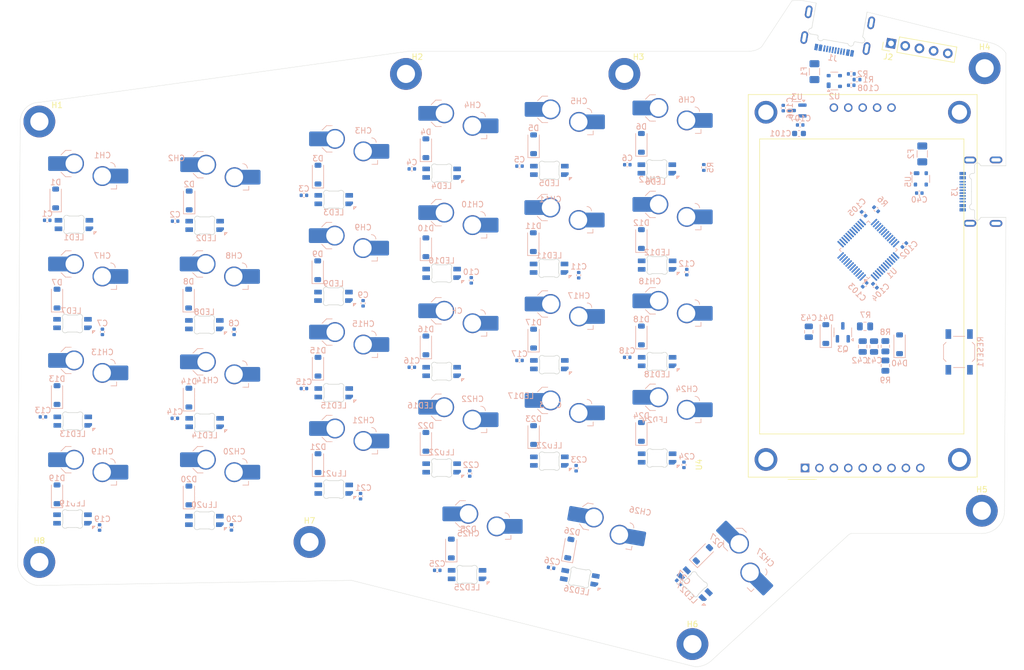
<source format=kicad_pcb>
(kicad_pcb (version 20241229) (generator "pcbnew") (generator_version "9.0")
  (layers (0 "F.Cu" signal) (2 "B.Cu" signal) (13 "F.Paste" user) (15 "B.Paste" user) (5 "F.SilkS" user "F.Silkscreen") (7 "B.SilkS" user "B.Silkscreen") (1 "F.Mask" user) (3 "B.Mask" user) (25 "Edge.Cuts" user))
  (net 0 "")
  (net 1 "GND")
  (net 2 "+5V")
  (net 3 "BOOT0")
  (net 4 "NRST")
  (net 5 "+3V3")
  (net 6 "col0")
  (net 7 "Net-(D1-A)")
  (net 8 "Net-(D2-A)")
  (net 9 "Net-(D3-A)")
  (net 10 "col3")
  (net 11 "Net-(D4-A)")
  (net 12 "Net-(D5-A)")
  (net 13 "col4")
  (net 14 "Net-(D6-A)")
  (net 15 "Net-(D7-A)")
  (net 16 "Net-(D8-A)")
  (net 17 "Net-(D9-A)")
  (net 18 "Net-(D10-A)")
  (net 19 "Net-(D11-A)")
  (net 20 "Net-(D12-A)")
  (net 21 "Net-(D13-A)")
  (net 22 "Net-(D14-A)")
  (net 23 "Net-(D15-A)")
  (net 24 "Net-(D16-A)")
  (net 25 "Net-(D17-A)")
  (net 26 "Net-(D18-A)")
  (net 27 "Net-(D19-A)")
  (net 28 "Net-(D20-A)")
  (net 29 "Net-(D21-A)")
  (net 30 "Net-(D22-A)")
  (net 31 "Net-(D23-A)")
  (net 32 "Net-(D24-A)")
  (net 33 "Net-(D25-A)")
  (net 34 "Net-(D26-A)")
  (net 35 "row0")
  (net 36 "row1")
  (net 37 "row2")
  (net 38 "row4")
  (net 39 "Net-(D40-K)")
  (net 40 "BOOT0_CHRG")
  (net 41 "VBUS")
  (net 42 "D+")
  (net 44 "D-")
  (net 46 "Net-(J1-CC1)")
  (net 47 "Net-(J1-CC2)")
  (net 48 "SWD")
  (net 49 "SWCLK")
  (net 51 "SplitSerial-TX")
  (net 54 "SplitSerial-RX")
  (net 56 "DOut1")
  (net 57 "Net-(LED1-DIN)")
  (net 58 "Net-(LED2-DIN)")
  (net 59 "Net-(LED3-DIN)")
  (net 60 "Net-(LED4-DIN)")
  (net 61 "Net-(LED5-DIN)")
  (net 62 "RGB5v")
  (net 63 "Net-(LED7-DOUT)")
  (net 64 "Net-(LED8-DOUT)")
  (net 65 "Net-(LED10-DIN)")
  (net 66 "Net-(LED10-DOUT)")
  (net 67 "Net-(LED11-DOUT)")
  (net 68 "DOut2")
  (net 69 "Net-(LED13-DIN)")
  (net 70 "DOut3")
  (net 71 "Net-(LED14-DIN)")
  (net 72 "Net-(LED15-DIN)")
  (net 73 "Net-(LED16-DIN)")
  (net 74 "Net-(LED17-DIN)")
  (net 75 "Net-(LED19-DOUT)")
  (net 76 "Net-(LED20-DOUT)")
  (net 77 "Net-(LED21-DOUT)")
  (net 78 "Net-(LED22-DOUT)")
  (net 79 "Net-(LED23-DOUT)")
  (net 80 "DOut4")
  (net 82 "Net-(LED25-DIN)")
  (net 83 "Net-(Q3-C)")
  (net 84 "HAND_PIN")
  (net 85 "Net-(R8-Pad1)")
  (net 86 "col7")
  (net 87 "col6")
  (net 88 "LCD_DC")
  (net 89 "col10")
  (net 92 "row5")
  (net 93 "LCD_RST")
  (net 95 "LCD_BL_PWM")
  (net 96 "col8")
  (net 97 "col9")
  (net 98 "LCD_SCK")
  (net 99 "LCD_MOSI")
  (net 100 "LCD_CS")
  (net 101 "LCD_MISO")
  (net 103 "Net-(D27-A)")
  (net 104 "Net-(LED26-DIN)")
  (footprint "MountingHole:MountingHole_3.2mm_M3_DIN965_Pad" (layer "F.Cu") (at 233.490119 45.15)
    (property "Reference" "H4")
    (property "Value" "MountingHole_Pad")
  )
  (footprint "MountingHole:MountingHole_3.2mm_M3_DIN965_Pad" (layer "F.Cu") (at 169.9825 46.15)
    (property "Reference" "H3")
    (property "Value" "MountingHole_Pad")
  )
  (footprint "MountingHole:MountingHole_3.2mm_M3_DIN965_Pad" (layer "F.Cu") (at 131.4825 46.15)
    (property "Reference" "H2")
    (property "Value" "MountingHole_Pad")
  )
  (footprint "MountingHole:MountingHole_3.2mm_M3_DIN965_Pad" (layer "F.Cu") (at 232.990119 123.15)
    (property "Reference" "H5")
    (property "Value" "MountingHole_Pad")
  )
  (footprint "Display:CR2013-MI2120" (layer "F.Cu") (at 201.830119 115.6075 90)
    (property "Reference" "U4")
    (property "Value" "CR2013-MI2120")
  )
  (footprint "MountingHole:MountingHole_3.2mm_M3_DIN965_Pad" (layer "F.Cu") (at 181.9825 146.65)
    (property "Reference" "H6")
    (property "Value" "MountingHole_Pad")
  )
  (footprint "MountingHole:MountingHole_3.2mm_M3_DIN965_Pad" (layer "F.Cu") (at 66.8654 132.1774)
    (property "Reference" "H8")
    (property "Value" "MountingHole_Pad")
  )
  (footprint "MountingHole:MountingHole_3.2mm_M3_DIN965_Pad" (layer "F.Cu") (at 66.8709 54.5384)
    (property "Reference" "H1")
    (property "Value" "MountingHole_Pad")
  )
  (footprint "MountingHole:MountingHole_3.2mm_M3_DIN965_Pad" (layer "F.Cu") (at 114.4825 128.65)
    (property "Reference" "H7")
    (property "Value" "MountingHole_Pad")
  )
  (footprint "Connector_PinHeader_2.54mm:PinHeader_1x05_P2.54mm_Vertical" (layer "F.Cu") (at 216.987297 40.767869 80)
    (property "Reference" "J2")
    (property "Value" "Conn_01x05")
  )
  (footprint "Capacitor_SMD:C_0402_1005Metric" (layer "B.Cu") (at 157.066056 133.194936 170)
    (property "Reference" "C26")
    (property "Value" "0.1uF")
  )
  (footprint "Resistor_SMD:R_0402_1005Metric" (layer "B.Cu") (at 183.9825 62.640001 90)
    (property "Reference" "R5")
    (property "Value" "5.1k")
  )
  (footprint "PCM_marbastlib-choc:LED_choc_6028R" (layer "B.Cu") (at 156.7075 80.4)
    (property "Reference" "LED11")
    (property "Value" "choc_SK6812MINI-E")
    (fp_line (start -1.699999 0.702841) (end -1.699999 -0.702843) (stroke (width 0.1)) (layer "Edge.Cuts"))
    (fp_line (start -0.794452 -1.5) (end 0.794453 -1.5) (stroke (width 0.1)) (layer "Edge.Cuts"))
    (fp_line (start 0.794452 1.499999) (end -0.794452 1.499999) (stroke (width 0.1)) (layer "Edge.Cuts"))
    (fp_line (start 1.699999 -0.702843) (end 1.699999 0.702841) (stroke (width 0.1)) (layer "Edge.Cuts"))
    (fp_arc (start -1.749484 -0.919721) (mid -1.712527 -0.814069) (end -1.699999 -0.702843) (stroke (width 0.1)) (layer "Edge.Cuts"))
    (fp_arc (start -1.749484 -0.919721) (mid -1.638071 -1.504036) (end -1.046711 -1.5683) (stroke (width 0.1)) (layer "Edge.Cuts"))
    (fp_arc (start -1.699999 0.702842) (mid -1.712527 0.814067) (end -1.749484 0.91972) (stroke (width 0.1)) (layer "Edge.Cuts"))
    (fp_arc (start -1.046711 1.568296) (mid -1.638069 1.504033) (end -1.749484 0.91972) (stroke (width 0.1)) (layer "Edge.Cuts"))
    (fp_arc (start -1.04671 1.568298) (mid -0.925122 1.517376) (end -0.794452 1.499999) (stroke (width 0.1)) (layer "Edge.Cuts"))
    (fp_arc (start -0.794453 -1.500001) (mid -0.925123 -1.517378) (end -1.046711 -1.5683) (stroke (width 0.1)) (layer "Edge.Cuts"))
    (fp_arc (start 0.794452 1.499999) (mid 0.925123 1.517376) (end 1.046711 1.568298) (stroke (width 0.1)) (layer "Edge.Cuts"))
    (fp_arc (start 1.046711 -1.568298) (mid 0.925123 -1.517377) (end 0.794453 -1.5) (stroke (width 0.1)) (layer "Edge.Cuts"))
    (fp_arc (start 1.046711 -1.568298) (mid 1.638071 -1.504036) (end 1.749484 -0.919721) (stroke (width 0.1)) (layer "Edge.Cuts"))
    (fp_arc (start 1.699999 -0.702844) (mid 1.712536 -0.814066) (end 1.749484 -0.919721) (stroke (width 0.1)) (layer "Edge.Cuts"))
    (fp_arc (start 1.749484 0.919718) (mid 1.638073 1.504037) (end 1.046711 1.568298) (stroke (width 0.1)) (layer "Edge.Cuts"))
    (fp_arc (start 1.749484 0.91972) (mid 1.712526 0.814067) (end 1.699999 0.702841) (stroke (width 0.1)) (layer "Edge.Cuts"))
  )
  (footprint "Capacitor_SMD:C_0603_1608Metric" (layer "B.Cu") (at 200.765119 56.65 180)
    (property "Reference" "C101")
    (property "Value" "10uF")
  )
  (footprint "PCM_marbastlib-choc:LED_choc_6028R" (layer "B.Cu") (at 156.7575 97.4)
    (property "Reference" "LED17")
    (property "Value" "choc_SK6812MINI-E")
    (fp_line (start -1.699999 0.702841) (end -1.699999 -0.702843) (stroke (width 0.1)) (layer "Edge.Cuts"))
    (fp_line (start -0.794452 -1.5) (end 0.794453 -1.5) (stroke (width 0.1)) (layer "Edge.Cuts"))
    (fp_line (start 0.794452 1.499999) (end -0.794452 1.499999) (stroke (width 0.1)) (layer "Edge.Cuts"))
    (fp_line (start 1.699999 -0.702843) (end 1.699999 0.702841) (stroke (width 0.1)) (layer "Edge.Cuts"))
    (fp_arc (start -1.749484 -0.919721) (mid -1.712527 -0.814069) (end -1.699999 -0.702843) (stroke (width 0.1)) (layer "Edge.Cuts"))
    (fp_arc (start -1.749484 -0.919721) (mid -1.638071 -1.504036) (end -1.046711 -1.5683) (stroke (width 0.1)) (layer "Edge.Cuts"))
    (fp_arc (start -1.699999 0.702842) (mid -1.712527 0.814068) (end -1.749484 0.91972) (stroke (width 0.1)) (layer "Edge.Cuts"))
    (fp_arc (start -1.046711 1.568296) (mid -1.63807 1.504033) (end -1.749484 0.91972) (stroke (width 0.1)) (layer "Edge.Cuts"))
    (fp_arc (start -1.04671 1.568298) (mid -0.925122 1.517376) (end -0.794452 1.499999) (stroke (width 0.1)) (layer "Edge.Cuts"))
    (fp_arc (start -0.794453 -1.500001) (mid -0.925123 -1.517378) (end -1.046711 -1.5683) (stroke (width 0.1)) (layer "Edge.Cuts"))
    (fp_arc (start 0.794452 1.499999) (mid 0.925123 1.517376) (end 1.046711 1.568298) (stroke (width 0.1)) (layer "Edge.Cuts"))
    (fp_arc (start 1.046711 -1.568298) (mid 0.925123 -1.517376) (end 0.794453 -1.5) (stroke (width 0.1)) (layer "Edge.Cuts"))
    (fp_arc (start 1.046711 -1.568298) (mid 1.63807 -1.504035) (end 1.749484 -0.919721) (stroke (width 0.1)) (layer "Edge.Cuts"))
    (fp_arc (start 1.699999 -0.702844) (mid 1.712536 -0.814066) (end 1.749484 -0.919721) (stroke (width 0.1)) (layer "Edge.Cuts"))
    (fp_arc (start 1.749484 0.919718) (mid 1.638073 1.504037) (end 1.046711 1.568298) (stroke (width 0.1)) (layer "Edge.Cuts"))
    (fp_arc (start 1.749484 0.91972) (mid 1.712526 0.814068) (end 1.699999 0.702841) (stroke (width 0.1)) (layer "Edge.Cuts"))
  )
  (footprint "Capacitor_SMD:C_0402_1005Metric" (layer "B.Cu") (at 77.9825 91.62 -90)
    (property "Reference" "C7")
    (property "Value" "0.1uF")
  )
  (footprint "PCM_marbastlib-choc:SW_choc_v1_HS_CPG135001S30_1u" (layer "B.Cu") (at 118.982501 114.6)
    (property "Reference" "CH21")
    (property "Value" "choc_v1_SW_HS")
  )
  (footprint "Diode_SMD:D_SOD-123" (layer "B.Cu") (at 160.279535 129.819867 80)
    (property "Reference" "D26")
    (property "Value" "D")
  )
  (footprint "PCM_marbastlib-choc:SW_choc_v1_HS_CPG135001S30_1u" (layer "B.Cu") (at 175.9825 92.1)
    (property "Reference" "CH18")
    (property "Value" "choc_v1_SW_HS")
  )
  (footprint "Diode_SMD:D_SOD-123" (layer "B.Cu") (at 172.9825 92.25 90)
    (property "Reference" "D18")
    (property "Value" "D")
  )
  (footprint "PCM_marbastlib-choc:SW_choc_v1_HS_CPG135001S30_1u" (layer "B.Cu") (at 185.990119 133.15 -45)
    (property "Reference" "CH27")
    (property "Value" "choc_v1_SW_HS")
  )
  (footprint "Capacitor_SMD:C_0402_1005Metric" (layer "B.Cu") (at 180.9825 81.08 -90)
    (property "Reference" "C12")
    (property "Value" "0.1uF")
  )
  (footprint "PCM_marbastlib-choc:SW_choc_v1_HS_CPG135001S30_1u" (layer "B.Cu") (at 163.566056 130.194936 -10)
    (property "Reference" "CH26")
    (property "Value" "choc_v1_SW_HS")
  )
  (footprint "Capacitor_SMD:C_0402_1005Metric" (layer "B.Cu") (at 90.7975 72.1 180)
    (property "Reference" "C2")
    (property "Value" "0.1uF")
  )
  (footprint "PCM_marbastlib-choc:LED_choc_6028R" (layer "B.Cu") (at 182.386655 136.107196 -45)
    (property "Reference" "LED27")
    (property "Value" "choc_SK6812MINI-E")
    (fp_line (start -1.699999 0.702841) (end -1.699999 -0.702843) (stroke (width 0.1)) (layer "Edge.Cuts"))
    (fp_line (start 0.794452 1.499999) (end -0.794452 1.499999) (stroke (width 0.1)) (layer "Edge.Cuts"))
    (fp_line (start -0.794452 -1.5) (end 0.794453 -1.5) (stroke (width 0.1)) (layer "Edge.Cuts"))
    (fp_line (start 1.699999 -0.702843) (end 1.699999 0.702841) (stroke (width 0.1)) (layer "Edge.Cuts"))
    (fp_arc (start -1.04671 1.568298) (mid -0.925123 1.517375) (end -0.794452 1.499999) (stroke (width 0.1)) (layer "Edge.Cuts"))
    (fp_arc (start -1.046711 1.568296) (mid -1.638069 1.504033) (end -1.749484 0.91972) (stroke (width 0.1)) (layer "Edge.Cuts"))
    (fp_arc (start -1.699999 0.702842) (mid -1.712526 0.814068) (end -1.749484 0.91972) (stroke (width 0.1)) (layer "Edge.Cuts"))
    (fp_arc (start -1.749484 -0.919721) (mid -1.712527 -0.814069) (end -1.699999 -0.702843) (stroke (width 0.1)) (layer "Edge.Cuts"))
    (fp_arc (start -1.749484 -0.919721) (mid -1.638071 -1.504036) (end -1.046711 -1.5683) (stroke (width 0.1)) (layer "Edge.Cuts"))
    (fp_arc (start 0.794452 1.499999) (mid 0.925123 1.517376) (end 1.046711 1.568298) (stroke (width 0.1)) (layer "Edge.Cuts"))
    (fp_arc (start -0.794453 -1.500001) (mid -0.925123 -1.517378) (end -1.046711 -1.5683) (stroke (width 0.1)) (layer "Edge.Cuts"))
    (fp_arc (start 1.749484 0.91972) (mid 1.712526 0.814067) (end 1.699999 0.702841) (stroke (width 0.1)) (layer "Edge.Cuts"))
    (fp_arc (start 1.749484 0.919718) (mid 1.638073 1.504037) (end 1.046711 1.568298) (stroke (width 0.1)) (layer "Edge.Cuts"))
    (fp_arc (start 1.699999 -0.702844) (mid 1.712536 -0.814067) (end 1.749484 -0.919721) (stroke (width 0.1)) (layer "Edge.Cuts"))
    (fp_arc (start 1.046711 -1.568298) (mid 0.925123 -1.517377) (end 0.794453 -1.5) (stroke (width 0.1)) (layer "Edge.Cuts"))
    (fp_arc (start 1.046711 -1.568298) (mid 1.638071 -1.504036) (end 1.749484 -0.919721) (stroke (width 0.1)) (layer "Edge.Cuts"))
  )
  (footprint "Capacitor_SMD:C_0805_2012Metric" (layer "B.Cu") (at 213.990119 94.200001 90)
    (property "Reference" "C41")
    (property "Value" "100n")
  )
  (footprint "Diode_SMD:D_SOD-123" (layer "B.Cu") (at 135 76.7 90)
    (property "Reference" "D10")
    (property "Value" "D")
  )
  (footprint "Resistor_SMD:R_0402_1005Metric" (layer "B.Cu") (at 210.990119 47.15 180)
    (property "Reference" "R1")
    (property "Value" "5.1k")
  )
  (footprint "Capacitor_SMD:C_0402_1005Metric" (layer "B.Cu") (at 221.970119 67.15)
    (property "Reference" "C40")
    (property "Value" "100nF")
  )
  (footprint "Diode_SMD:D_SOD-123" (layer "B.Cu") (at 135 59.245 90)
    (property "Reference" "D4")
    (property "Value" "D")
  )
  (footprint "PCM_marbastlib-choc:LED_choc_6028R" (layer "B.Cu") (at 72.9625 72.7)
    (property "Reference" "LED1")
    (property "Value" "choc_SK6812MINI-E")
    (fp_line (start -1.699999 0.702841) (end -1.699999 -0.702843) (stroke (width 0.1)) (layer "Edge.Cuts"))
    (fp_line (start -0.794452 -1.5) (end 0.794453 -1.5) (stroke (width 0.1)) (layer "Edge.Cuts"))
    (fp_line (start 0.794452 1.499999) (end -0.794452 1.499999) (stroke (width 0.1)) (layer "Edge.Cuts"))
    (fp_line (start 1.699999 -0.702843) (end 1.699999 0.702841) (stroke (width 0.1)) (layer "Edge.Cuts"))
    (fp_arc (start -1.749484 -0.919721) (mid -1.712527 -0.814069) (end -1.699999 -0.702843) (stroke (width 0.1)) (layer "Edge.Cuts"))
    (fp_arc (start -1.749484 -0.919721) (mid -1.638071 -1.504036) (end -1.046711 -1.5683) (stroke (width 0.1)) (layer "Edge.Cuts"))
    (fp_arc (start -1.699999 0.702842) (mid -1.712527 0.814067) (end -1.749484 0.91972) (stroke (width 0.1)) (layer "Edge.Cuts"))
    (fp_arc (start -1.046711 1.568296) (mid -1.638069 1.504033) (end -1.749484 0.91972) (stroke (width 0.1)) (layer "Edge.Cuts"))
    (fp_arc (start -1.04671 1.568298) (mid -0.925122 1.517376) (end -0.794452 1.499999) (stroke (width 0.1)) (layer "Edge.Cuts"))
    (fp_arc (start -0.794453 -1.500001) (mid -0.925123 -1.517378) (end -1.046711 -1.5683) (stroke (width 0.1)) (layer "Edge.Cuts"))
    (fp_arc (start 0.794452 1.499999) (mid 0.925123 1.517376) (end 1.046711 1.568298) (stroke (width 0.1)) (layer "Edge.Cuts"))
    (fp_arc (start 1.046711 -1.568298) (mid 0.925123 -1.517377) (end 0.794453 -1.5) (stroke (width 0.1)) (layer "Edge.Cuts"))
    (fp_arc (start 1.046711 -1.568298) (mid 1.638071 -1.504036) (end 1.749484 -0.919721) (stroke (width 0.1)) (layer "Edge.Cuts"))
    (fp_arc (start 1.699999 -0.702844) (mid 1.712536 -0.814066) (end 1.749484 -0.919721) (stroke (width 0.1)) (layer "Edge.Cuts"))
    (fp_arc (start 1.749484 0.919718) (mid 1.638073 1.504037) (end 1.046711 1.568298) (stroke (width 0.1)) (layer "Edge.Cuts"))
    (fp_arc (start 1.749484 0.91972) (mid 1.712526 0.814067) (end 1.699999 0.702841) (stroke (width 0.1)) (layer "Edge.Cuts"))
  )
  (footprint "Diode_SMD:D_SOD-123" (layer "B.Cu") (at 93.2275 103.2 90)
    (property "Reference" "D14")
    (property "Value" "D")
  )
  (footprint "Package_TO_SOT_SMD:SOT-23" (layer "B.Cu") (at 200.427619 52.6 180)
    (property "Reference" "U3")
    (property "Value" "XC6206PxxxMR-Regulator_Linear")
  )
  (footprint "Diode_SMD:D_SOD-123" (layer "B.Cu") (at 172.9825 109.25 90)
    (property "Reference" "D24")
    (property "Value" "D")
  )
  (footprint "Capacitor_SMD:C_0402_1005Metric" (layer "B.Cu") (at 113.5025 101.6 180)
    (property "Reference" "C15")
    (property "Value" "0.1uF")
  )
  (footprint "Package_TO_SOT_SMD:SOT-143" (layer "B.Cu") (at 206.990119 47.4)
    (property "Reference" "U2")
    (property "Value" "PRTR5V0U2X")
  )
  (footprint "Fuse:Fuse_1206_3216Metric" (layer "B.Cu") (at 203.490119 45.750001 -90)
    (property "Reference" "F1")
    (property "Value" "500mA")
  )
  (footprint "PCM_marbastlib-choc:LED_choc_6028R" (layer "B.Cu") (at 156.7575 114.4)
    (property "Reference" "LED23")
    (property "Value" "choc_SK6812MINI-E")
    (fp_line (start -1.699999 0.702841) (end -1.699999 -0.702843) (stroke (width 0.1)) (layer "Edge.Cuts"))
    (fp_line (start -0.794452 -1.5) (end 0.794453 -1.5) (stroke (width 0.1)) (layer "Edge.Cuts"))
    (fp_line (start 0.794452 1.499999) (end -0.794452 1.499999) (stroke (width 0.1)) (layer "Edge.Cuts"))
    (fp_line (start 1.699999 -0.702843) (end 1.699999 0.702841) (stroke (width 0.1)) (layer "Edge.Cuts"))
    (fp_arc (start -1.749484 -0.919721) (mid -1.712527 -0.814069) (end -1.699999 -0.702843) (stroke (width 0.1)) (layer "Edge.Cuts"))
    (fp_arc (start -1.749484 -0.919721) (mid -1.638071 -1.504036) (end -1.046711 -1.5683) (stroke (width 0.1)) (layer "Edge.Cuts"))
    (fp_arc (start -1.699999 0.702842) (mid -1.712527 0.814067) (end -1.749484 0.91972) (stroke (width 0.1)) (layer "Edge.Cuts"))
    (fp_arc (start -1.046711 1.568296) (mid -1.638069 1.504033) (end -1.749484 0.91972) (stroke (width 0.1)) (layer "Edge.Cuts"))
    (fp_arc (start -1.04671 1.568298) (mid -0.925122 1.517376) (end -0.794452 1.499999) (stroke (width 0.1)) (layer "Edge.Cuts"))
    (fp_arc (start -0.794453 -1.500001) (mid -0.925123 -1.517378) (end -1.046711 -1.5683) (stroke (width 0.1)) (layer "Edge.Cuts"))
    (fp_arc (start 0.794452 1.499999) (mid 0.925123 1.517376) (end 1.046711 1.568298) (stroke (width 0.1)) (layer "Edge.Cuts"))
    (fp_arc (start 1.046711 -1.568298) (mid 0.925123 -1.517377) (end 0.794453 -1.5) (stroke (width 0.1)) (layer "Edge.Cuts"))
    (fp_arc (start 1.046711 -1.568298) (mid 1.638071 -1.504036) (end 1.749484 -0.919721) (stroke (width 0.1)) (layer "Edge.Cuts"))
    (fp_arc (start 1.699999 -0.702844) (mid 1.712536 -0.814066) (end 1.749484 -0.919721) (stroke (width 0.1)) (layer "Edge.Cuts"))
    (fp_arc (start 1.749484 0.919718) (mid 1.638073 1.504037) (end 1.046711 1.568298) (stroke (width 0.1)) (layer "Edge.Cuts"))
    (fp_arc (start 1.749484 0.91972) (mid 1.712526 0.814067) (end 1.699999 0.702841) (stroke (width 0.1)) (layer "Edge.Cuts"))
  )
  (footprint "Diode_SMD:D_SOD-123" (layer "B.Cu") (at 153.9825 109.8 90)
    (property "Reference" "D23")
    (property "Value" "D")
  )
  (footprint "Capacitor_SMD:C_0402_1005Metric" (layer "B.Cu") (at 212.150708 70.810589 135)
    (property "Reference" "C105")
    (property "Value" "100nF")
  )
  (footprint "Diode_SMD:D_SOD-123" (layer "B.Cu") (at 218.490119 93.8 90)
    (property "Reference" "D40")
    (property "Value" "1N4148")
  )
  (footprint "PCM_marbastlib-choc:SW_choc_v1_HS_CPG135001S30_1u" (layer "B.Cu") (at 156.9825 109.65)
    (property "Reference" "CH23")
    (property "Value" "choc_v1_SW_HS")
  )
  (footprint "PCM_marbastlib-choc:LED_choc_6028R" (layer "B.Cu") (at 142.2575 134.4)
    (property "Reference" "LED25")
    (property "Value" "choc_SK6812MINI-E")
    (fp_line (start -1.699999 0.702841) (end -1.699999 -0.702843) (stroke (width 0.1)) (layer "Edge.Cuts"))
    (fp_line (start -0.794452 -1.5) (end 0.794453 -1.5) (stroke (width 0.1)) (layer "Edge.Cuts"))
    (fp_line (start 0.794452 1.499999) (end -0.794452 1.499999) (stroke (width 0.1)) (layer "Edge.Cuts"))
    (fp_line (start 1.699999 -0.702843) (end 1.699999 0.702841) (stroke (width 0.1)) (layer "Edge.Cuts"))
    (fp_arc (start -1.749484 -0.919721) (mid -1.712527 -0.814069) (end -1.699999 -0.702843) (stroke (width 0.1)) (layer "Edge.Cuts"))
    (fp_arc (start -1.749484 -0.919721) (mid -1.638071 -1.504036) (end -1.046711 -1.5683) (stroke (width 0.1)) (layer "Edge.Cuts"))
    (fp_arc (start -1.699999 0.702842) (mid -1.712527 0.814068) (end -1.749484 0.91972) (stroke (width 0.1)) (layer "Edge.Cuts"))
    (fp_arc (start -1.046711 1.568296) (mid -1.63807 1.504033) (end -1.749484 0.91972) (stroke (width 0.1)) (layer "Edge.Cuts"))
    (fp_arc (start -1.04671 1.568298) (mid -0.925122 1.517376) (end -0.794452 1.499999) (stroke (width 0.1)) (layer "Edge.Cuts"))
    (fp_arc (start -0.794453 -1.500001) (mid -0.925123 -1.517378) (end -1.046711 -1.5683) (stroke (width 0.1)) (layer "Edge.Cuts"))
    (fp_arc (start 0.794452 1.499999) (mid 0.925123 1.517376) (end 1.046711 1.568298) (stroke (width 0.1)) (layer "Edge.Cuts"))
    (fp_arc (start 1.046711 -1.568298) (mid 0.925123 -1.517376) (end 0.794453 -1.5) (stroke (width 0.1)) (layer "Edge.Cuts"))
    (fp_arc (start 1.046711 -1.568298) (mid 1.63807 -1.504035) (end 1.749484 -0.919721) (stroke (width 0.1)) (layer "Edge.Cuts"))
    (fp_arc (start 1.699999 -0.702844) (mid 1.712536 -0.814066) (end 1.749484 -0.919721) (stroke (width 0.1)) (layer "Edge.Cuts"))
    (fp_arc (start 1.749484 0.919718) (mid 1.638073 1.504037) (end 1.046711 1.568298) (stroke (width 0.1)) (layer "Edge.Cuts"))
    (fp_arc (start 1.749484 0.91972) (mid 1.712526 0.814068) (end 1.699999 0.702841) (stroke (width 0.1)) (layer "Edge.Cuts"))
  )
  (footprint "Capacitor_SMD:C_0402_1005Metric" (layer "B.Cu") (at 113.5025 67.55 180)
    (property "Reference" "C3")
    (property "Value" "0.1uF")
  )
  (footprint "Capacitor_SMD:C_0402_1005Metric" (layer "B.Cu") (at 170.5025 62.15 180)
    (property "Reference" "C6")
    (property "Value" "0.1uF")
  )
  (footprint "Diode_SMD:D_SOD-123" (layer "B.Cu") (at 205.490119 92 90)
    (property "Reference" "D41")
    (property "Value" "1N4148")
  )
  (footprint "Capacitor_SMD:C_0402_1005Metric" (layer "B.Cu") (at 161.4825 115.65 -90)
    (property "Reference" "C23")
    (property "Value" "0.1uF")
  )
  (footprint "Capacitor_SMD:C_0402_1005Metric" (layer "B.Cu") (at 151.5025 96.65 180)
    (property "Reference" "C17")
    (property "Value" "0.1uF")
  )
  (footprint "Capacitor_SMD:C_0805_2012Metric" (layer "B.Cu") (at 211.990119 94.200001 90)
    (property "Reference" "C42")
    (property "Value" "100n")
  )
  (footprint "Capacitor_SMD:C_0402_1005Metric" (layer "B.Cu") (at 200.970119 55.15 180)
    (property "Reference" "C107")
    (property "Value" "1uF")
  )
  (footprint "Capacitor_SMD:C_0805_2012Metric" (layer "B.Cu") (at 202.490119 91.599999 90)
    (property "Reference" "C43")
    (property "Value" "100n")
  )
  (footprint "Diode_SMD:D_SOD-123" (layer "B.Cu") (at 115.9825 63.9 90)
    (property "Reference" "D3")
    (property "Value" "D")
  )
  (footprint "Resistor_SMD:R_0805_2012Metric" (layer "B.Cu") (at 215.990119 97.5625 -90)
    (property "Reference" "R9")
    (property "Value" "68k")
  )
  (footprint "PCM_marbastlib-choc:LED_choc_6028R" (layer "B.Cu") (at 175.7075 62.9)
    (property "Reference" "LED6")
    (property "Value" "choc_SK6812MINI-E")
    (fp_line (start -1.699999 0.702841) (end -1.699999 -0.702843) (stroke (width 0.1)) (layer "Edge.Cuts"))
    (fp_line (start -0.794452 -1.5) (end 0.794453 -1.5) (stroke (width 0.1)) (layer "Edge.Cuts"))
    (fp_line (start 0.794452 1.499999) (end -0.794452 1.499999) (stroke (width 0.1)) (layer "Edge.Cuts"))
    (fp_line (start 1.699999 -0.702843) (end 1.699999 0.702841) (stroke (width 0.1)) (layer "Edge.Cuts"))
    (fp_arc (start -1.749484 -0.919721) (mid -1.712527 -0.814069) (end -1.699999 -0.702843) (stroke (width 0.1)) (layer "Edge.Cuts"))
    (fp_arc (start -1.749484 -0.919721) (mid -1.638071 -1.504036) (end -1.046711 -1.5683) (stroke (width 0.1)) (layer "Edge.Cuts"))
    (fp_arc (start -1.699999 0.702842) (mid -1.712527 0.814068) (end -1.749484 0.91972) (stroke (width 0.1)) (layer "Edge.Cuts"))
    (fp_arc (start -1.046711 1.568296) (mid -1.63807 1.504033) (end -1.749484 0.91972) (stroke (width 0.1)) (layer "Edge.Cuts"))
    (fp_arc (start -1.04671 1.568298) (mid -0.925122 1.517376) (end -0.794452 1.499999) (stroke (width 0.1)) (layer "Edge.Cuts"))
    (fp_arc (start -0.794453 -1.500001) (mid -0.925123 -1.517378) (end -1.046711 -1.5683) (stroke (width 0.1)) (layer "Edge.Cuts"))
    (fp_arc (start 0.794452 1.499999) (mid 0.925123 1.517376) (end 1.046711 1.568298) (stroke (width 0.1)) (layer "Edge.Cuts"))
    (fp_arc (start 1.046711 -1.568298) (mid 0.925123 -1.517376) (end 0.794453 -1.5) (stroke (width 0.1)) (layer "Edge.Cuts"))
    (fp_arc (start 1.046711 -1.568298) (mid 1.63807 -1.504035) (end 1.749484 -0.919721) (stroke (width 0.1)) (layer "Edge.Cuts"))
    (fp_arc (start 1.699999 -0.702844) (mid 1.712536 -0.814066) (end 1.749484 -0.919721) (stroke (width 0.1)) (layer "Edge.Cuts"))
    (fp_arc (start 1.749484 0.919718) (mid 1.638073 1.504037) (end 1.046711 1.568298) (stroke (width 0.1)) (layer "Edge.Cuts"))
    (fp_arc (start 1.749484 0.91972) (mid 1.712526 0.814068) (end 1.699999 0.702841) (stroke (width 0.1)) (layer "Edge.Cuts"))
  )
  (footprint "Resistor_SMD:R_0805_2012Metric" (layer "B.Cu") (at 215.990119 94.15 90)
    (property "Reference" "R8")
    (property "Value" "68k")
  )
  (footprint "Button_Switch_SMD:SW_SPST_TL3342" (layer "B.Cu") (at 228.990119 95.15 90)
    (property "Reference" "RESET1")
    (property "Value" "DFU")
  )
  (footprint "Diode_SMD:D_SOD-123" (layer "B.Cu") (at 172.9825 58.3 90)
    (property "Reference" "D6")
    (property "Value" "D")
  )
  (footprint "Package_TO_SOT_SMD:SOT-23-3" (layer "B.Cu") (at 208.490119 91.7 90)
    (property "Reference" "Q3")
    (property "Value" "MMUN2133LT1G")
  )
  (footprint "Capacitor_SMD:C_0402_1005Metric" (layer "B.Cu") (at 143 82.53 -90)
    (property "Reference" "C10")
    (property "Value" "0.1uF")
  )
  (footprint "Diode_SMD:D_SOD-123" (layer "B.Cu") (at 115.9325 80.75 90)
    (property "Reference" "D9")
    (property "Value" "D")
  )
  (footprint "PCM_marbastlib-choc:SW_choc_v1_HS_CPG135001S30_1u" (layer "B.Cu") (at 138.2275 93.85)
    (property "Reference" "CH16")
    (property "Value" "choc_v1_SW_HS")
  )
  (footprint "Capacitor_SMD:C_0402_1005Metric" (layer "B.Cu") (at 101.1975 91.62 -90)
    (property "Reference" "C8")
    (property "Value" "0.1uF")
  )
  (footprint "PCM_marbastlib-choc:SW_choc_v1_HS_CPG135001S30_1u" (layer "B.Cu") (at 72.9825 120.1)
    (property "Reference" "CH19")
    (property "Value" "choc_v1_SW_HS")
  )
  (footprint "Capacitor_SMD:C_0402_1005Metric" (layer "B.Cu") (at 137.0025 133.65 180)
    (property "Reference" "C25")
    (property "Value" "0.1uF")
  )
  (footprint "PCM_marbastlib-choc:LED_choc_6028R" (layer "B.Cu") (at 72.7575 107.35)
    (property "Reference" "LED13")
    (property "Value" "choc_SK6812MINI-E")
    (fp_line (start -1.699999 0.702841) (end -1.699999 -0.702843) (stroke (width 0.1)) (layer "Edge.Cuts"))
    (fp_line (start -0.794452 -1.5) (end 0.794453 -1.5) (stroke (width 0.1)) (layer "Edge.Cuts"))
    (fp_line (start 0.794452 1.499999) (end -0.794452 1.499999) (stroke (width 0.1)) (layer "Edge.Cuts"))
    (fp_line (start 1.699999 -0.702843) (end 1.699999 0.702841) (stroke (width 0.1)) (layer "Edge.Cuts"))
    (fp_arc (start -1.749484 -0.919721) (mid -1.712527 -0.814069) (end -1.699999 -0.702843) (stroke (width 0.1)) (layer "Edge.Cuts"))
    (fp_arc (start -1.749484 -0.919721) (mid -1.638071 -1.504036) (end -1.046711 -1.5683) (stroke (width 0.1)) (layer "Edge.Cuts"))
    (fp_arc (start -1.699999 0.702842) (mid -1.712527 0.814068) (end -1.749484 0.91972) (stroke (width 0.1)) (layer "Edge.Cuts"))
    (fp_arc (start -1.046711 1.568296) (mid -1.63807 1.504033) (end -1.749484 0.91972) (stroke (width 0.1)) (layer "Edge.Cuts"))
    (fp_arc (start -1.04671 1.568298) (mid -0.925122 1.517376) (end -0.794452 1.499999) (stroke (width 0.1)) (layer "Edge.Cuts"))
    (fp_arc (start -0.794453 -1.500001) (mid -0.925123 -1.517378) (end -1.046711 -1.5683) (stroke (width 0.1)) (layer "Edge.Cuts"))
    (fp_arc (start 0.794452 1.499999) (mid 0.925123 1.517376) (end 1.046711 1.568298) (stroke (width 0.1)) (layer "Edge.Cuts"))
    (fp_arc (start 1.046711 -1.568298) (mid 0.925123 -1.517376) (end 0.794453 -1.5) (stroke (width 0.1)) (layer "Edge.Cuts"))
    (fp_arc (start 1.046711 -1.568298) (mid 1.63807 -1.504035) (end 1.749484 -0.919721) (stroke (width 0.1)) (layer "Edge.Cuts"))
    (fp_arc (start 1.699999 -0.702844) (mid 1.712536 -0.814066) (end 1.749484 -0.919721) (stroke (width 0.1)) (layer "Edge.Cuts"))
    (fp_arc (start 1.749484 0.919718) (mid 1.638073 1.504037) (end 1.046711 1.568298) (stroke (width 0.1)) (layer "Edge.Cuts"))
    (fp_arc (start 1.749484 0.91972) (mid 1.712526 0.814068) (end 1.699999 0.702841) (stroke (width 0.1)) (layer "Edge.Cuts"))
  )
  (footprint "PCM_marbastlib-choc:LED_choc_6028R" (layer "B.Cu") (at 162.119419 134.906734 -10)
    (property "Reference" "LED26")
    (property "Value" "choc_SK6812MINI-E")
    (fp_line (start -1.699997 0.702841) (end -1.699999 -0.702843) (stroke (width 0.1)) (layer "Edge.Cuts"))
    (fp_line (start -0.794454 -1.499999) (end 0.794452 -1.500002) (stroke (width 0.1)) (layer "Edge.Cuts"))
    (fp_line (start 0.794454 1.499999) (end -0.794455 1.499999) (stroke (width 0.1)) (layer "Edge.Cuts"))
    (fp_line (start 1.699999 -0.702845) (end 1.699999 0.702843) (stroke (width 0.1)) (layer "Edge.Cuts"))
    (fp_arc (start -1.699997 0.702843) (mid -1.712526 0.814067) (end -1.749483 0.91972) (stroke (width 0.1)) (layer "Edge.Cuts"))
    (fp_arc (start -1.749485 -0.919719) (mid -1.712529 -0.814068) (end -1.699999 -0.702843) (stroke (width 0.1)) (layer "Edge.Cuts"))
    (fp_arc (start -1.749485 -0.919719) (mid -1.638073 -1.50404) (end -1.046711 -1.568299) (stroke (width 0.1)) (layer "Edge.Cuts"))
    (fp_arc (start -1.04671 1.568297) (mid -0.925124 1.517375) (end -0.794455 1.499999) (stroke (width 0.1)) (layer "Edge.Cuts"))
    (fp_arc (start -1.046709 1.568295) (mid -1.638067 1.504032) (end -1.749483 0.91972) (stroke (width 0.1)) (layer "Edge.Cuts"))
    (fp_arc (start -0.794454 -1.499999) (mid -0.925123 -1.517376) (end -1.046711 -1.568299) (stroke (width 0.1)) (layer "Edge.Cuts"))
    (fp_arc (start 0.794454 1.499999) (mid 0.925123 1.517376) (end 1.046711 1.568299) (stroke (width 0.1)) (layer "Edge.Cuts"))
    (fp_arc (start 1.046714 -1.5683) (mid 0.925125 -1.517377) (end 0.794452 -1.500002) (stroke (width 0.1)) (layer "Edge.Cuts"))
    (fp_arc (start 1.046714 -1.5683) (mid 1.638075 -1.504034) (end 1.749483 -0.919721) (stroke (width 0.1)) (layer "Edge.Cuts"))
    (fp_arc (start 1.749483 0.919718) (mid 1.638072 1.504034) (end 1.046711 1.568299) (stroke (width 0.1)) (layer "Edge.Cuts"))
    (fp_arc (start 1.749486 0.919719) (mid 1.712529 0.814068) (end 1.699999 0.702843) (stroke (width 0.1)) (layer "Edge.Cuts"))
    (fp_arc (start 1.700002 -0.702842) (mid 1.712538 -0.814065) (end 1.749483 -0.919721) (stroke (width 0.1)) (layer "Edge.Cuts"))
  )
  (footprint "PCM_marbastlib-choc:SW_choc_v1_HS_CPG135001S30_1u" (layer "B.Cu") (at 72.9825 102.6)
    (property "Reference" "CH13")
    (property "Value" "choc_v1_SW_HS")
  )
  (footprint "Capacitor_SMD:C_0402_1005Metric" (layer "B.Cu") (at 214.150708 83.489411 -45)
    (property "Reference" "C104")
    (property "Value" "100nF")
  )
  (footprint "PCM_marbastlib-choc:LED_choc_6028R" (layer "B.Cu") (at 137.775 63.645)
    (property "Reference" "LED4")
    (property "Value" "choc_SK6812MINI-E")
    (fp_line (start -1.699999 0.702841) (end -1.699999 -0.702843) (stroke (width 0.1)) (layer "Edge.Cuts"))
    (fp_line (start -0.794452 -1.5) (end 0.794453 -1.5) (stroke (width 0.1)) (layer "Edge.Cuts"))
    (fp_line (start 0.794452 1.499999) (end -0.794452 1.499999) (stroke (width 0.1)) (layer "Edge.Cuts"))
    (fp_line (start 1.699999 -0.702843) (end 1.699999 0.702841) (stroke (width 0.1)) (layer "Edge.Cuts"))
    (fp_arc (start -1.749484 -0.919721) (mid -1.712527 -0.814069) (end -1.699999 -0.702843) (stroke (width 0.1)) (layer "Edge.Cuts"))
    (fp_arc (start -1.749484 -0.919721) (mid -1.638071 -1.504036) (end -1.046711 -1.5683) (stroke (width 0.1)) (layer "Edge.Cuts"))
    (fp_arc (start -1.699999 0.702842) (mid -1.712527 0.814068) (end -1.749484 0.91972) (stroke (width 0.1)) (layer "Edge.Cuts"))
    (fp_arc (start -1.046711 1.568296) (mid -1.63807 1.504033) (end -1.749484 0.91972) (stroke (width 0.1)) (layer "Edge.Cuts"))
    (fp_arc (start -1.04671 1.568298) (mid -0.925122 1.517376) (end -0.794452 1.499999) (stroke (width 0.1)) (layer "Edge.Cuts"))
    (fp_arc (start -0.794453 -1.500001) (mid -0.925123 -1.517378) (end -1.046711 -1.5683) (stroke (width 0.1)) (layer "Edge.Cuts"))
    (fp_arc (start 0.794452 1.499999) (mid 0.925123 1.517376) (end 1.046711 1.568298) (stroke (width 0.1)) (layer "Edge.Cuts"))
    (fp_arc (start 1.046711 -1.568298) (mid 0.925123 -1.517376) (end 0.794453 -1.5) (stroke (width 0.1)) (layer "Edge.Cuts"))
    (fp_arc (start 1.046711 -1.568298) (mid 1.63807 -1.504035) (end 1.749484 -0.919721) (stroke (width 0.1)) (layer "Edge.Cuts"))
    (fp_arc (start 1.699999 -0.702844) (mid 1.712536 -0.814066) (end 1.749484 -0.919721) (stroke (width 0.1)) (layer "Edge.Cuts"))
    (fp_arc (start 1.749484 0.919718) (mid 1.638073 1.504037) (end 1.046711 1.568298) (stroke (width 0.1)) (layer "Edge.Cuts"))
    (fp_arc (start 1.749484 0.91972) (mid 1.712526 0.814068) (end 1.699999 0.702841) (stroke (width 0.1)) (layer "Edge.Cuts"))
  )
  (footprint "PCM_marbastlib-choc:SW_choc_v1_HS_CPG135001S30_1u" (layer "B.Cu") (at 72.9825 67.9)
    (property "Reference" "CH1")
    (property "Value" "choc_v1_SW_HS")
  )
  (footprint "PCM_marbastlib-choc:LED_choc_6028R" (layer "B.Cu") (at 137.775 115.6)
    (property "Reference" "LED22")
    (property "Value" "choc_SK6812MINI-E")
    (fp_line (start -1.699999 0.702841) (end -1.699999 -0.702843) (stroke (width 0.1)) (layer "Edge.Cuts"))
    (fp_line (start -0.794452 -1.5) (end 0.794453 -1.5) (stroke (width 0.1)) (layer "Edge.Cuts"))
    (fp_line (start 0.794452 1.499999) (end -0.794452 1.499999) (stroke (width 0.1)) (layer "Edge.Cuts"))
    (fp_line (start 1.699999 -0.702843) (end 1.699999 0.702841) (stroke (width 0.1)) (layer "Edge.Cuts"))
    (fp_arc (start -1.749484 -0.919721) (mid -1.712527 -0.814069) (end -1.699999 -0.702843) (stroke (width 0.1)) (layer "Edge.Cuts"))
    (fp_arc (start -1.749484 -0.919721) (mid -1.638071 -1.504036) (end -1.046711 -1.5683) (stroke (width 0.1)) (layer "Edge.Cuts"))
    (fp_arc (start -1.699999 0.702842) (mid -1.712527 0.814067) (end -1.749484 0.91972) (stroke (width 0.1)) (layer "Edge.Cuts"))
    (fp_arc (start -1.046711 1.568296) (mid -1.638069 1.504033) (end -1.749484 0.91972) (stroke (width 0.1)) (layer "Edge.Cuts"))
    (fp_arc (start -1.04671 1.568298) (mid -0.925122 1.517376) (end -0.794452 1.499999) (stroke (width 0.1)) (layer "Edge.Cuts"))
    (fp_arc (start -0.794453 -1.500001) (mid -0.925123 -1.517378) (end -1.046711 -1.5683) (stroke (width 0.1)) (layer "Edge.Cuts"))
    (fp_arc (start 0.794452 1.499999) (mid 0.925123 1.517376) (end 1.046711 1.568298) (stroke (width 0.1)) (layer "Edge.Cuts"))
    (fp_arc (start 1.046711 -1.568298) (mid 0.925123 -1.517377) (end 0.794453 -1.5) (stroke (width 0.1)) (layer "Edge.Cuts"))
    (fp_arc (start 1.046711 -1.568298) (mid 1.638071 -1.504036) (end 1.749484 -0.919721) (stroke (width 0.1)) (layer "Edge.Cuts"))
    (fp_arc (start 1.699999 -0.702844) (mid 1.712536 -0.814066) (end 1.749484 -0.919721) (stroke (width 0.1)) (layer "Edge.Cuts"))
    (fp_arc (start 1.749484 0.919718) (mid 1.638073 1.504037) (end 1.046711 1.568298) (stroke (width 0.1)) (layer "Edge.Cuts"))
    (fp_arc (start 1.749484 0.91972) (mid 1.712526 0.814067) (end 1.699999 0.702841) (stroke (width 0.1)) (layer "Edge.Cuts"))
  )
  (footprint "Package_QFP:LQFP-48_7x7mm_P0.5mm" (layer "B.Cu") (at 212.990119 77.15 45)
    (property "Reference" "U1")
    (property "Value" "STM32G474CETx")
  )
  (footprint "Resistor_SMD:R_0402_1005Metric" (layer "B.Cu") (at 214.350743 70.010624 -45)
    (property "Reference" "R6")
    (property "Value" "5.1k")
  )
  (footprint "Diode_SMD:D_SOD-123" (layer "B.Cu") (at 93.2775 68.45 90)
    (property "Reference" "D2")
    (property "Value" "D")
  )
  (footprint "Diode_SMD:D_SOD-123" (layer "B.Cu") (at 69.7375 68.1 90)
    (property "Reference" "D1")
    (property "Value" "D")
  )
  (footprint "Diode_SMD:D_SOD-123" (layer "B.Cu") (at 153.9825 92.8 90)
    (property "Reference" "D17")
    (property "Value" "D")
  )
  (footprint "Capacitor_SMD:C_0402_1005Metric" (layer "B.Cu") (at 67.5025 106.6 180)
    (property "Reference" "C13")
    (property "Value" "0.1uF")
  )
  (footprint "Diode_SMD:D_SOD-123" (layer "B.Cu") (at 183.823393 130.816726 45)
    (property "Reference" "D27")
    (property "Value" "D")
  )
  (footprint "PCM_marbastlib-choc:SW_choc_v1_HS_CPG135001S30_1u" (layer "B.Cu") (at 72.9825 85.6)
    (property "Reference" "CH7")
    (property "Value" "choc_v1_SW_HS")
  )
  (footprint "Diode_SMD:D_SOD-123" (layer "B.Cu") (at 153.9825 58.55 90)
    (property "Reference" "D5")
    (property "Value" "D")
  )
  (footprint "PCM_marbastlib-choc:LED_choc_6028R" (layer "B.Cu") (at 156.7575 63.15)
    (property "Reference" "LED5")
    (property "Value" "choc_SK6812MINI-E")
    (fp_line (start -1.699999 0.702841) (end -1.699999 -0.702843) (stroke (width 0.1)) (layer "Edge.Cuts"))
    (fp_line (start -0.794452 -1.5) (end 0.794453 -1.5) (stroke (width 0.1)) (layer "Edge.Cuts"))
    (fp_line (start 0.794452 1.499999) (end -0.794452 1.499999) (stroke (width 0.1)) (layer "Edge.Cuts"))
    (fp_line (start 1.699999 -0.702843) (end 1.699999 0.702841) (stroke (width 0.1)) (layer "Edge.Cuts"))
    (fp_arc (start -1.749484 -0.919721) (mid -1.712527 -0.814069) (end -1.699999 -0.702843) (stroke (width 0.1)) (layer "Edge.Cuts"))
    (fp_arc (start -1.749484 -0.919721) (mid -1.638071 -1.504036) (end -1.046711 -1.5683) (stroke (width 0.1)) (layer "Edge.Cuts"))
    (fp_arc (start -1.699999 0.702842) (mid -1.712527 0.814068) (end -1.749484 0.91972) (stroke (width 0.1)) (layer "Edge.Cuts"))
    (fp_arc (start -1.046711 1.568296) (mid -1.63807 1.504033) (end -1.749484 0.91972) (stroke (width 0.1)) (layer "Edge.Cuts"))
    (fp_arc (start -1.04671 1.568298) (mid -0.925122 1.517376) (end -0.794452 1.499999) (stroke (width 0.1)) (layer "Edge.Cuts"))
    (fp_arc (start -0.794453 -1.500001) (mid -0.925123 -1.517378) (end -1.046711 -1.5683) (stroke (width 0.1)) (layer "Edge.Cuts"))
    (fp_arc (start 0.794452 1.499999) (mid 0.925123 1.517376) (end 1.046711 1.568298) (stroke (width 0.1)) (layer "Edge.Cuts"))
    (fp_arc (start 1.046711 -1.568298) (mid 0.925123 -1.517376) (end 0.794453 -1.5) (stroke (width 0.1)) (layer "Edge.Cuts"))
    (fp_arc (start 1.046711 -1.568298) (mid 1.63807 -1.504035) (end 1.749484 -0.919721) (stroke (width 0.1)) (layer "Edge.Cuts"))
    (fp_arc (start 1.699999 -0.702844) (mid 1.712536 -0.814066) (end 1.749484 -0.919721) (stroke (width 0.1)) (layer "Edge.Cuts"))
    (fp_arc (start 1.749484 0.919718) (mid 1.638073 1.504037) (end 1.046711 1.568298) (stroke (width 0.1)) (layer "Edge.Cuts"))
    (fp_arc (start 1.749484 0.91972) (mid 1.712526 0.814068) (end 1.699999 0.702841) (stroke (width 0.1)) (layer "Edge.Cuts"))
  )
  (footprint "Capacitor_SMD:C_0402_1005Metric" (layer "B.Cu") (at 170.4825 96.1 180)
    (property "Reference" "C18")
    (property "Value" "0.1uF")
  )
  (footprint "Capacitor_SMD:C_0402_1005Metric" (layer "B.Cu") (at 212.32953 83.310589 -135)
    (property "Reference" "C103")
    (property "Value" "100nF")
  )
  (footprint "PCM_marbastlib-choc:LED_choc_6028R" (layer "B.Cu") (at 72.7075 124.6)
    (property "Reference" "LED19")
    (property "Value" "choc_SK6812MINI-E")
    (fp_line (start -1.699999 0.702841) (end -1.699999 -0.702843) (stroke (width 0.1)) (layer "Edge.Cuts"))
    (fp_line (start -0.794452 -1.5) (end 0.794453 -1.5) (stroke (width 0.1)) (layer "Edge.Cuts"))
    (fp_line (start 0.794452 1.499999) (end -0.794452 1.499999) (stroke (width 0.1)) (layer "Edge.Cuts"))
    (fp_line (start 1.699999 -0.702843) (end 1.699999 0.702841) (stroke (width 0.1)) (layer "Edge.Cuts"))
    (fp_arc (start -1.749484 -0.919721) (mid -1.712527 -0.814069) (end -1.699999 -0.702843) (stroke (width 0.1)) (layer "Edge.Cuts"))
    (fp_arc (start -1.749484 -0.919721) (mid -1.638071 -1.504036) (end -1.046711 -1.5683) (stroke (width 0.1)) (layer "Edge.Cuts"))
    (fp_arc (start -1.699999 0.702842) (mid -1.712527 0.814067) (end -1.749484 0.91972) (stroke (width 0.1)) (layer "Edge.Cuts"))
    (fp_arc (start -1.046711 1.568296) (mid -1.638069 1.504033) (end -1.749484 0.91972) (stroke (width 0.1)) (layer "Edge.Cuts"))
    (fp_arc (start -1.04671 1.568298) (mid -0.925122 1.517376) (end -0.794452 1.499999) (stroke (width 0.1)) (layer "Edge.Cuts"))
    (fp_arc (start -0.794453 -1.500001) (mid -0.925123 -1.517378) (end -1.046711 -1.5683) (stroke (width 0.1)) (layer "Edge.Cuts"))
    (fp_arc (start 0.794452 1.499999) (mid 0.925123 1.517376) (end 1.046711 1.568298) (stroke (width 0.1)) (layer "Edge.Cuts"))
    (fp_arc (start 1.046711 -1.568298) (mid 0.925123 -1.517377) (end 0.794453 -1.5) (stroke (width 0.1)) (layer "Edge.Cuts"))
    (fp_arc (start 1.046711 -1.568298) (mid 1.638071 -1.504036) (end 1.749484 -0.919721) (stroke (width 0.1)) (layer "Edge.Cuts"))
    (fp_arc (start 1.699999 -0.702844) (mid 1.712536 -0.814066) (end 1.749484 -0.919721) (stroke (width 0.1)) (layer "Edge.Cuts"))
    (fp_arc (start 1.749484 0.919718) (mid 1.638073 1.504037) (end 1.046711 1.568298) (stroke (width 0.1)) (layer "Edge.Cuts"))
    (fp_arc (start 1.749484 0.91972) (mid 1.712526 0.814067) (end 1.699999 0.702841) (stroke (width 0.1)) (layer "Edge.Cuts"))
  )
  (footprint "PCM_marbastlib-choc:SW_choc_v1_HS_CPG135001S30_1.5u" (layer "B.Cu") (at 96.2275 102.85)
    (property "Reference" "CH14")
    (property "Value" "choc_v1_SW_HS")
  )
  (footprint "Capacitor_SMD:C_0402_1005Metric" (layer "B.Cu") (at 132.52 97.85 180)
    (property "Reference" "C16")
    (property "Value" "0.1uF")
  )
  (footprint "Capacitor_SMD:C_0402_1005Metric" (layer "B.Cu") (at 151.5025 62.4 180)
    (property "Reference" "C5")
    (property "Value" "0.1uF")
  )
  (footprint "Capacitor_SMD:C_0402_1005Metric" (layer "B.Cu") (at 132.52 62.895 180)
    (property "Reference" "C4")
    (property "Value" "0.1uF")
  )
  (footprint "PCM_marbastlib-choc:SW_choc_v1_HS_CPG135001S30_1u" (layer "B.Cu") (at 138.2275 110.85)
    (property "Reference" "CH22")
    (property "Value" "choc_v1_SW_HS")
  )
  (footprint "PCM_marbastlib-choc:SW_choc_v1_HS_CPG135001S30_1u" (layer "B.Cu") (at 118.9325 80.6)
    (property "Reference" "CH9")
    (property "Value" "choc_v1_SW_HS")
  )
  (footprint "PCM_marbastlib-choc:LED_choc_6028R" (layer "B.Cu") (at 72.7075 90.15)
    (property "Reference" "LED7")
    (property "Value" "choc_SK6812MINI-E")
    (fp_line (start -1.699999 0.702841) (end -1.699999 -0.702843) (stroke (width 0.1)) (layer "Edge.Cuts"))
    (fp_line (start -0.794452 -1.5) (end 0.794453 -1.5) (stroke (width 0.1)) (layer "Edge.Cuts"))
    (fp_line (start 0.794452 1.499999) (end -0.794452 1.499999) (stroke (width 0.1)) (layer "Edge.Cuts"))
    (fp_line (start 1.699999 -0.702843) (end 1.699999 0.702841) (stroke (width 0.1)) (layer "Edge.Cuts"))
    (fp_arc (start -1.749484 -0.919721) (mid -1.712527 -0.814069) (end -1.699999 -0.702843) (stroke (width 0.1)) (layer "Edge.Cuts"))
    (fp_arc (start -1.749484 -0.919721) (mid -1.638071 -1.504036) (end -1.046711 -1.5683) (stroke (width 0.1)) (layer "Edge.Cuts"))
    (fp_arc (start -1.699999 0.702842) (mid -1.712526 0.814068) (end -1.749484 0.91972) (stroke (width 0.1)) (layer "Edge.Cuts"))
    (fp_arc (start -1.046711 1.568296) (mid -1.638069 1.504033) (end -1.749484 0.91972) (stroke (width 0.1)) (layer "Edge.Cuts"))
    (fp_arc (start -1.04671 1.568298) (mid -0.925122 1.517376) (end -0.794452 1.499999) (stroke (width 0.1)) (layer "Edge.Cuts"))
    (fp_arc (start -0.794453 -1.500001) (mid -0.925123 -1.517378) (end -1.046711 -1.5683) (stroke (width 0.1)) (layer "Edge.Cuts"))
    (fp_arc (start 0.794452 1.499999) (mid 0.925123 1.517376) (end 1.046711 1.568298) (stroke (width 0.1)) (layer "Edge.Cuts"))
    (fp_arc (start 1.046711 -1.568298) (mid 0.925123 -1.517376) (end 0.794453 -1.5) (stroke (width 0.1)) (layer "Edge.Cuts"))
    (fp_arc (start 1.046711 -1.568298) (mid 1.63807 -1.504035) (end 1.749484 -0.919721) (stroke (width 0.1)) (layer "Edge.Cuts"))
    (fp_arc (start 1.699999 -0.702844) (mid 1.712536 -0.814066) (end 1.749484 -0.919721) (stroke (width 0.1)) (layer "Edge.Cuts"))
    (fp_arc (start 1.749484 0.919718) (mid 1.638073 1.504037) (end 1.046711 1.568298) (stroke (width 0.1)) (layer "Edge.Cuts"))
    (fp_arc (start 1.749484 0.91972) (mid 1.712526 0.814068) (end 1.699999 0.702841) (stroke (width 0.1)) (layer "Edge.Cuts"))
  )
  (footprint "Capacitor_SMD:C_0402_1005Metric" (layer "B.Cu") (at 219.32953 76.310589 45)
    (property "Reference" "C102")
    (property "Value" "100nF")
  )
  (footprint "Diode_SMD:D_SOD-123" (layer "B.Cu") (at 69.9825 120.25 90)
    (property "Reference" "D19")
    (property "Value" "D")
  )
  (footprint "Diode_SMD:D_SOD-123" (layer "B.Cu") (at 153.9325 75.8 90)
    (property "Reference" "D11")
    (property "Value" "D")
  )
  (footprint "Diode_SMD:D_SOD-123" (layer "B.Cu") (at 93.1775 85.75 90)
    (property "Reference" "D8")
    (property "Value" "D")
  )
  (footprint "Capacitor_SMD:C_0402_1005Metric" (layer "B.Cu") (at 197.990119 52.17 90)
    (property "Reference" "C106")
    (property "Value" "1uF")
  )
  (footprint "PCM_marbastlib-choc:SW_choc_v1_HS_CPG135001S30_1u" (layer "B.Cu") (at 156.9325 75.65)
    (property "Reference" "CH11")
    (property "Value" "choc_v1_SW_HS")
  )
  (footprint "Diode_SMD:D_SOD-123" (layer "B.Cu") (at 69.9825 85.75 90)
    (property "Reference" "D7")
    (property "Value" "D")
  )
  (footprint "PCM_marbastlib-choc:SW_choc_v1_HS_CPG135001S30_1u" (layer "B.Cu") (at 118.9825 63.55)
    (property "Reference" "CH3")
    (property "Value" "choc_v1_SW_HS")
  )
  (footprint "Capacitor_SMD:C_0402_1005Metric" (layer "B.Cu") (at 68.2575 71.95 180)
    (property "Reference" "C1")
    (property "Value" "0.1uF")
  )
  (footprint "Diode_SMD:D_SOD-123" (layer "B.Cu") (at 69.9825 102.75 90)
    (property "Reference" "D13")
    (property "Value" "D")
  )
  (footprint "PCM_marbastlib-choc:LED_choc_6028R" (layer "B.Cu") (at 118.7575 102.35)
    (property "Reference" "LED15")
    (property "Value" "choc_SK6812MINI-E")
    (fp_line (start -1.699999 0.702841) (end -1.699999 -0.702843) (stroke (width 0.1)) (layer "Edge.Cuts"))
    (fp_line (start -0.794452 -1.5) (end 0.794453 -1.5) (stroke (width 0.1)) (layer "Edge.Cuts"))
    (fp_line (start 0.794452 1.499999) (end -0.794452 1.499999) (stroke (width 0.1)) (layer "Edge.Cuts"))
    (fp_line (start 1.699999 -0.702843) (end 1.699999 0.702841) (stroke (width 0.1)) (layer "Edge.Cuts"))
    (fp_arc (start -1.749484 -0.919721) (mid -1.712527 -0.814069) (end -1.699999 -0.702843) (stroke (width 0.1)) (layer "Edge.Cuts"))
    (fp_arc (start -1.749484 -0.919721) (mid -1.638071 -1.504036) (end -1.046711 -1.5683) (stroke (width 0.1)) (layer "Edge.Cuts"))
    (fp_arc (start -1.699999 0.702842) (mid -1.712527 0.814068) (end -1.749484 0.91972) (stroke (width 0.1)) (layer "Edge.Cuts"))
    (fp_arc (start -1.046711 1.568296) (mid -1.63807 1.504033) (end -1.749484 0.91972) (stroke (width 0.1)) (layer "Edge.Cuts"))
    (fp_arc (start -1.04671 1.568298) (mid -0.925122 1.517376) (end -0.794452 1.499999) (stroke (width 0.1)) (layer "Edge.Cuts"))
    (fp_arc (start -0.794453 -1.500001) (mid -0.925123 -1.517378) (end -1.046711 -1.5683) (stroke (width 0.1)) (layer "Edge.Cuts"))
    (fp_arc (start 0.794452 1.499999) (mid 0.925123 1.517376) (end 1.046711 1.568298) (stroke (width 0.1)) (layer "Edge.Cuts"))
    (fp_arc (start 1.046711 -1.568298) (mid 0.925123 -1.517376) (end 0.794453 -1.5) (stroke (width 0.1)) (layer "Edge.Cuts"))
    (fp_arc (start 1.046711 -1.568298) (mid 1.63807 -1.504035) (end 1.749484 -0.919721) (stroke (width 0.1)) (layer "Edge.Cuts"))
    (fp_arc (start 1.699999 -0.702844) (mid 1.712536 -0.814066) (end 1.749484 -0.919721) (stroke (width 0.1)) (layer "Edge.Cuts"))
    (fp_arc (start 1.749484 0.919718) (mid 1.638073 1.504037) (end 1.046711 1.568298) (stroke (width 0.1)) (layer "Edge.Cuts"))
    (fp_arc (start 1.749484 0.91972) (mid 1.712526 0.814068) (end 1.699999 0.702841) (stroke (width 0.1)) (layer "Edge.Cuts"))
  )
  (footprint "PCM_marbastlib-choc:LED_choc_6028R" (layer "B.Cu") (at 118.7575 68.3)
    (property "Reference" "LED3")
    (property "Value" "choc_SK6812MINI-E")
    (fp_line (start -1.699999 0.702841) (end -1.699999 -0.702843) (stroke (width 0.1)) (layer "Edge.Cuts"))
    (fp_line (start -0.794452 -1.5) (end 0.794453 -1.5) (stroke (width 0.1)) (layer "Edge.Cuts"))
    (fp_line (start 0.794452 1.499999) (end -0.794452 1.499999) (stroke (width 0.1)) (layer "Edge.Cuts"))
    (fp_line (start 1.699999 -0.702843) (end 1.699999 0.702841) (stroke (width 0.1)) (layer "Edge.Cuts"))
    (fp_arc (start -1.749484 -0.919721) (mid -1.712527 -0.814069) (end -1.699999 -0.702843) (stroke (width 0.1)) (layer "Edge.Cuts"))
    (fp_arc (start -1.749484 -0.919721) (mid -1.638071 -1.504036) (end -1.046711 -1.5683) (stroke (width 0.1)) (layer "Edge.Cuts"))
    (fp_arc (start -1.699999 0.702842) (mid -1.712527 0.814068) (end -1.749484 0.91972) (stroke (width 0.1)) (layer "Edge.Cuts"))
    (fp_arc (start -1.046711 1.568296) (mid -1.63807 1.504033) (end -1.749484 0.91972) (stroke (width 0.1)) (layer "Edge.Cuts"))
    (fp_arc (start -1.04671 1.568298) (mid -0.925122 1.517376) (end -0.794452 1.499999) (stroke (width 0.1)) (layer "Edge.Cuts"))
    (fp_arc (start -0.794453 -1.500001) (mid -0.925123 -1.517378) (end -1.046711 -1.5683) (stroke (width 0.1)) (layer "Edge.Cuts"))
    (fp_arc (start 0.794452 1.499999) (mid 0.925123 1.517376) (end 1.046711 1.568298) (stroke (width 0.1)) (layer "Edge.Cuts"))
    (fp_arc (start 1.046711 -1.568298) (mid 0.925123 -1.517376) (end 0.794453 -1.5) (stroke (width 0.1)) (layer "Edge.Cuts"))
    (fp_arc (start 1.046711 -1.568298) (mid 1.63807 -1.504035) (end 1.749484 -0.919721) (stroke (width 0.1)) (layer "Edge.Cuts"))
    (fp_arc (start 1.699999 -0.702844) (mid 1.712536 -0.814066) (end 1.749484 -0.919721) (stroke (width 0.1)) (layer "Edge.Cuts"))
    (fp_arc (start 1.749484 0.919718) (mid 1.638073 1.504037) (end 1.046711 1.568298) (stroke (width 0.1)) (layer "Edge.Cuts"))
    (fp_arc (start 1.749484 0.91972) (mid 1.712526 0.814068) (end 1.699999 0.702841) (stroke (width 0.1)) (layer "Edge.Cuts"))
  )
  (footprint "PCM_marbastlib-choc:SW_choc_v1_HS_CPG135001S30_1.5u" (layer "B.Cu") (at 96.1775 85.6)
    (property "Reference" "CH8")
    (property "Value" "choc_v1_SW_HS")
  )
  (footprint "Capacitor_SMD:C_0402_1005Metric" (layer "B.Cu") (at 179.559533 135.765653 135)
    (property "Reference" "C27")
    (property "Value" "0.1uF")
  )
  (footprint "PCM_marbastlib-choc:SW_choc_v1_HS_CPG135001S30_1u" (layer "B.Cu") (at 156.9825 58.35)
    (property "Reference" "CH5")
    (property "Value" "choc_v1_SW_HS")
  )
  (footprint "PCM_marbastlib-choc:LED_choc_6028R" (layer "B.Cu") (at 96.0025 107.6)
    (property "Reference" "LED14")
    (property "Value" "choc_SK6812MINI-E")
    (fp_line (start -1.699999 0.702841) (end -1.699999 -0.702843) (stroke (width 0.1)) (layer "Edge.Cuts"))
    (fp_line (start -0.794452 -1.5) (end 0.794453 -1.5) (stroke (width 0.1)) (layer "Edge.Cuts"))
    (fp_line (start 0.794452 1.499999) (end -0.794452 1.499999) (stroke (width 0.1)) (layer "Edge.Cuts"))
    (fp_line (start 1.699999 -0.702843) (end 1.699999 0.702841) (stroke (width 0.1)) (layer "Edge.Cuts"))
    (fp_arc (start -1.749484 -0.919721) (mid -1.712527 -0.814069) (end -1.699999 -0.702843) (stroke (width 0.1)) (layer "Edge.Cuts"))
    (fp_arc (start -1.749484 -0.919721) (mid -1.638071 -1.504036) (end -1.046711 -1.5683) (stroke (width 0.1)) (layer "Edge.Cuts"))
    (fp_arc (start -1.699999 0.702842) (mid -1.712527 0.814068) (end -1.749484 0.91972) (stroke (width 0.1)) (layer "Edge.Cuts"))
    (fp_arc (start -1.046711 1.568296) (mid -1.63807 1.504033) (end -1.749484 0.91972) (stroke (width 0.1)) (layer "Edge.Cuts"))
    (fp_arc (start -1.04671 1.568298) (mid -0.925122 1.517376) (end -0.794452 1.499999) (stroke (width 0.1)) (layer "Edge.Cuts"))
    (fp_arc (start -0.794453 -1.500001) (mid -0.925123 -1.517378) (end -1.046711 -1.5683) (stroke (width 0.1)) (layer "Edge.Cuts"))
    (fp_arc (start 0.794452 1.499999) (mid 0.925123 1.517376) (end 1.046711 1.568298) (stroke (width 0.1)) (layer "Edge.Cuts"))
    (fp_arc (start 1.046711 -1.568298) (mid 0.925123 -1.517376) (end 0.794453 -1.5) (stroke (width 0.1)) (layer "Edge.Cuts"))
    (fp_arc (start 1.046711 -1.568298) (mid 1.63807 -1.504035) (end 1.749484 -0.919721) (stroke (width 0.1)) (layer "Edge.Cuts"))
    (fp_arc (start 1.699999 -0.702844) (mid 1.712536 -0.814066) (end 1.749484 -0.919721) (stroke (width 0.1)) (layer "Edge.Cuts"))
    (fp_arc (start 1.749484 0.919718) (mid 1.638073 1.504037) (end 1.046711 1.568298) (stroke (width 0.1)) (layer "Edge.Cuts"))
    (fp_arc (start 1.749484 0.91972) (mid 1.712526 0.814068) (end 1.699999 0.702841) (stroke (width 0.1)) (layer "Edge.Cuts"))
  )
  (footprint "PCM_marbastlib-choc:SW_choc_v1_HS_CPG135001S30_1u" (layer "B.Cu") (at 175.9825 58.1)
    (property "Reference" "CH6")
    (property "Value" "choc_v1_SW_HS")
  )
  (footprint "Diode_SMD:D_SOD-123" (layer "B.Cu") (at 93.2275 120.45 90)
    (property "Reference" "D20")
    (property "Value" "D")
  )
  (footprint "PCM_marbastlib-choc:LED_choc_6028R" (layer "B.Cu") (at 95.9525 124.85)
    (property "Reference" "LED20")
    (property "Value" "choc_SK6812MINI-E")
    (fp_line (start -1.699999 0.702841) (end -1.699999 -0.702843) (stroke (width 0.1)) (layer "Edge.Cuts"))
    (fp_line (start -0.794452 -1.5) (end 0.794453 -1.5) (stroke (width 0.1)) (layer "Edge.Cuts"))
    (fp_line (start 0.794452 1.499999) (end -0.794452 1.499999) (stroke (width 0.1)) (layer "Edge.Cuts"))
    (fp_line (start 1.699999 -0.702843) (end 1.699999 0.702841) (stroke (width 0.1)) (layer "Edge.Cuts"))
    (fp_arc (start -1.749484 -0.919721) (mid -1.712527 -0.814069) (end -1.699999 -0.702843) (stroke (width 0.1)) (layer "Edge.Cuts"))
    (fp_arc (start -1.749484 -0.919721) (mid -1.638071 -1.504036) (end -1.046711 -1.5683) (stroke (width 0.1)) (layer "Edge.Cuts"))
    (fp_arc (start -1.699999 0.702842) (mid -1.712527 0.814067) (end -1.749484 0.91972) (stroke (width 0.1)) (layer "Edge.Cuts"))
    (fp_arc (start -1.046711 1.568296) (mid -1.638069 1.504033) (end -1.749484 0.91972) (stroke (width 0.1)) (layer "Edge.Cuts"))
    (fp_arc (start -1.04671 1.568298) (mid -0.925122 1.517376) (end -0.794452 1.499999) (stroke (width 0.1)) (layer "Edge.Cuts"))
    (fp_arc (start -0.794453 -1.500001) (mid -0.925123 -1.517378) (end -1.046711 -1.5683) (stroke (width 0.1)) (layer "Edge.Cuts"))
    (fp_arc (start 0.794452 1.499999) (mid 0.925123 1.517376) (end 1.046711 1.568298) (stroke (width 0.1)) (layer "Edge.Cuts"))
    (fp_arc (start 1.046711 -1.568298) (mid 0.925123 -1.517377) (end 0.794453 -1.5) (stroke (width 0.1)) (layer "Edge.Cuts"))
    (fp_arc (start 1.046711 -1.568298) (mid 1.638071 -1.504036) (end 1.749484 -0.919721) (stroke (width 0.1)) (layer "Edge.Cuts"))
    (fp_arc (start 1.699999 -0.702844) (mid 1.712536 -0.814066) (end 1.749484 -0.919721) (stroke (width 0.1)) (layer "Edge.Cuts"))
    (fp_arc (start 1.749484 0.919718) (mid 1.638073 1.504037) (end 1.046711 1.568298) (stroke (width 0.1)) (layer "Edge.Cuts"))
    (fp_arc (start 1.749484 0.91972) (mid 1.712526 0.814067) (end 1.699999 0.702841) (stroke (width 0.1)) (layer "Edge.Cuts"))
  )
  (footprint "PCM_marbastlib-choc:SW_choc_v1_HS_CPG135001S30_1.5u" (layer "B.Cu") (at 96.2775 68.1)
    (property "Reference" "CH2")
    (property "Value" "choc_v1_SW_HS")
  )
  (footprint "PCM_marbastlib-choc:LED_choc_6028R" (layer "B.Cu") (at 175.7575 96.85)
    (property "Reference" "LED18")
    (property "Value" "choc_SK6812MINI-E")
    (fp_line (start -1.699999 0.702841) (end -1.699999 -0.702843) (stroke (width 0.1)) (layer "Edge.Cuts"))
    (fp_line (start -0.794452 -1.5) (end 0.794453 -1.5) (stroke (width 0.1)) (layer "Edge.Cuts"))
    (fp_line (start 0.794452 1.499999) (end -0.794452 1.499999) (stroke (width 0.1)) (layer "Edge.Cuts"))
    (fp_line (start 1.699999 -0.702843) (end 1.699999 0.702841) (stroke (width 0.1)) (layer "Edge.Cuts"))
    (fp_arc (start -1.749484 -0.919721) (mid -1.712527 -0.814069) (end -1.699999 -0.702843) (stroke (width 0.1)) (layer "Edge.Cuts"))
    (fp_arc (start -1.749484 -0.919721) (mid -1.638071 -1.504036) (end -1.046711 -1.5683) (stroke (width 0.1)) (layer "Edge.Cuts"))
    (fp_arc (start -1.699999 0.702842) (mid -1.712526 0.814068) (end -1.749484 0.91972) (stroke (width 0.1)) (layer "Edge.Cuts"))
    (fp_arc (start -1.046711 1.568296) (mid -1.638069 1.504033) (end -1.749484 0.91972) (stroke (width 0.1)) (layer "Edge.Cuts"))
    (fp_arc (start -1.04671 1.568298) (mid -0.925122 1.517376) (end -0.794452 1.499999) (stroke (width 0.1)) (layer "Edge.Cuts"))
    (fp_arc (start -0.794453 -1.500001) (mid -0.925123 -1.517378) (end -1.046711 -1.5683) (stroke (width 0.1)) (layer "Edge.Cuts"))
    (fp_arc (start 0.794452 1.499999) (mid 0.925123 1.517376) (end 1.046711 1.568298) (stroke (width 0.1)) (layer "Edge.Cuts"))
    (fp_arc (start 1.046711 -1.568298) (mid 0.925123 -1.517376) (end 0.794453 -1.5) (stroke (width 0.1)) (layer "Edge.Cuts"))
    (fp_arc (start 1.046711 -1.568298) (mid 1.63807 -1.504035) (end 1.749484 -0.919721) (stroke (width 0.1)) (layer "Edge.Cuts"))
    (fp_arc (start 1.699999 -0.702844) (mid 1.712536 -0.814066) (end 1.749484 -0.919721) (stroke (width 0.1)) (layer "Edge.Cuts"))
    (fp_arc (start 1.749484 0.919718) (mid 1.638073 1.504037) (end 1.046711 1.568298) (stroke (width 0.1)) (layer "Edge.Cuts"))
    (fp_arc (start 1.749484 0.91972) (mid 1.712526 0.814068) (end 1.699999 0.702841) (stroke (width 0.1)) (layer "Edge.Cuts"))
  )
  (footprint "Capacitor_SMD:C_0402_1005Metric" (layer "B.Cu") (at 142.7275 116.58 -90)
    (property "Reference" "C22")
    (property "Value" "0.1uF")
  )
  (footprint "PCM_marbastlib-various:USB_C_Receptacle_HRO_TYPE-C-31-M-14" (layer "B.Cu") (at 230.810119 66.899999 -90)
    (property "Reference" "J3")
    (property "Value" "USB_C_Receptacle_USB2.0")
    (fp_line (start -0.004999 -0.355) (end -2.098781 -0.355) (stroke (width 0.08)) (layer "Edge.Cuts"))
    (fp_line (start -0.004999 -0.355) (end 2.088784 -0.355) (stroke (width 0.08)) (layer "Edge.Cuts"))
    (fp_line (start -3.204999 -0.504999) (end -3.204999 -0.705) (stroke (width 0.08)) (layer "Edge.Cuts"))
    (fp_line (start 3.195001 -0.505) (end 3.195001 -0.705) (stroke (width 0.08)) (layer "Edge.Cuts"))
    (fp_line (start -3.404998 -0.905) (end -4.554999 -0.905) (stroke (width 0.08)) (layer "Edge.Cuts"))
    (fp_line (start 3.395 -0.905) (end 4.545001 -0.905001) (stroke (width 0.08)) (layer "Edge.Cuts"))
    (fp_line (start -4.554999 -2.075821) (end -4.554999 -6.435) (stroke (width 0.08)) (layer "Edge.Cuts"))
    (fp_line (start 4.545001 -2.075821) (end 4.545001 -6.435) (stroke (width 0.08)) (layer "Edge.Cuts"))
    (fp_arc (start -2.271986 -0.255) (mid -2.198781 -0.328205) (end -2.098781 -0.355) (stroke (width 0.08)) (layer "Edge.Cuts"))
    (fp_arc (start -2.271986 -0.255) (mid -2.834408 -0.022037) (end -3.204999 -0.504999) (stroke (width 0.08)) (layer "Edge.Cuts"))
    (fp_arc (start 2.088784 -0.355) (mid 2.188789 -0.328211) (end 2.261988 -0.255) (stroke (width 0.08)) (layer "Edge.Cuts"))
    (fp_arc (start 3.195001 -0.505) (mid 2.82441 -0.022036) (end 2.261988 -0.255) (stroke (width 0.08)) (layer "Edge.Cuts"))
    (fp_arc (start 3.195001 -0.705) (mid 3.253579 -0.846421) (end 3.395 -0.904998) (stroke (width 0.08)) (layer "Edge.Cuts"))
    (fp_arc (start -4.554999 -0.905) (mid -5.04976 -1.332815) (end -4.697856 -1.884157) (stroke (width 0.08)) (layer "Edge.Cuts"))
    (fp_arc (start -3.404998 -0.905) (mid -3.263576 -0.846421) (end -3.204998 -0.705) (stroke (width 0.08)) (layer "Edge.Cuts"))
    (fp_arc (start 4.687858 -1.884158) (mid 5.039763 -1.332815) (end 4.545001 -0.904999) (stroke (width 0.08)) (layer "Edge.Cuts"))
    (fp_arc (start 4.687858 -1.884158) (mid 4.584652 -1.9563) (end 4.545001 -2.075821) (stroke (width 0.08)) (layer "Edge.Cuts"))
    (fp_arc (start -4.554999 -2.075821) (mid -4.594642 -1.956298) (end -4.697856 -1.884158) (stroke (width 0.08)) (layer "Edge.Cuts"))
  )
  (footprint "Capacitor_SMD:C_0402_1005Metric" (layer "B.Cu") (at 123.9325 86.58 -90)
    (property "Reference" "C9")
    (property "Value" "0.1uF")
  )
  (footprint "PCM_marbastlib-choc:LED_choc_6028R" (layer "B.Cu") (at 118.7075 85.35)
    (property "Reference" "LED9")
    (property "Value" "choc_SK6812MINI-E")
    (fp_line (start -1.699999 0.702841) (end -1.699999 -0.702843) (stroke (width 0.1)) (layer "Edge.Cuts"))
    (fp_line (start -0.794452 -1.5) (end 0.794453 -1.5) (stroke (width 0.1)) (layer "Edge.Cuts"))
    (fp_line (start 0.794452 1.499999) (end -0.794452 1.499999) (stroke (width 0.1)) (layer "Edge.Cuts"))
    (fp_line (start 1.699999 -0.702843) (end 1.699999 0.702841) (stroke (width 0.1)) (layer "Edge.Cuts"))
    (fp_arc (start -1.749484 -0.919721) (mid -1.712527 -0.814069) (end -1.699999 -0.702843) (stroke (width 0.1)) (layer "Edge.Cuts"))
    (fp_arc (start -1.749484 -0.919721) (mid -1.638071 -1.504036) (end -1.046711 -1.5683) (stroke (width 0.1)) (layer "Edge.Cuts"))
    (fp_arc (start -1.699999 0.702842) (mid -1.712527 0.814067) (end -1.749484 0.91972) (stroke (width 0.1)) (layer "Edge.Cuts"))
    (fp_arc (start -1.046711 1.568296) (mid -1.638069 1.504033) (end -1.749484 0.91972) (stroke (width 0.1)) (layer "Edge.Cuts"))
    (fp_arc (start -1.04671 1.568298) (mid -0.925122 1.517376) (end -0.794452 1.499999) (stroke (width 0.1)) (layer "Edge.Cuts"))
    (fp_arc (start -0.794453 -1.500001) (mid -0.925123 -1.517378) (end -1.046711 -1.5683) (stroke (width 0.1)) (layer "Edge.Cuts"))
    (fp_arc (start 0.794452 1.499999) (mid 0.925123 1.517376) (end 1.046711 1.568298) (stroke (width 0.1)) (layer "Edge.Cuts"))
    (fp_arc (start 1.046711 -1.568298) (mid 0.925123 -1.517377) (end 0.794453 -1.5) (stroke (width 0.1)) (layer "Edge.Cuts"))
    (fp_arc (start 1.046711 -1.568298) (mid 1.638071 -1.504036) (end 1.749484 -0.919721) (stroke (width 0.1)) (layer "Edge.Cuts"))
    (fp_arc (start 1.699999 -0.702844) (mid 1.712536 -0.814066) (end 1.749484 -0.919721) (stroke (width 0.1)) (layer "Edge.Cuts"))
    (fp_arc (start 1.749484 0.919718) (mid 1.638073 1.504037) (end 1.046711 1.568298) (stroke (width 0.1)) (layer "Edge.Cuts"))
    (fp_arc (start 1.749484 0.91972) (mid 1.712526 0.814067) (end 1.699999 0.702841) (stroke (width 0.1)) (layer "Edge.Cuts"))
  )
  (footprint "Capacitor_SMD:C_0402_1005Metric" (layer "B.Cu") (at 161.9325 81.63 -90)
    (property "Reference" "C11")
    (property "Value" "0.1uF")
  )
  (footprint "PCM_marbastlib-choc:SW_choc_v1_HS_CPG135001S30_1u" (layer "B.Cu") (at 138.2275 76.55)
    (property "Reference" "CH10")
    (property "Value" "choc_v1_SW_HS")
  )
  (footprint "PCM_marbastlib-choc:LED_choc_6028R" (layer "B.Cu") (at 95.9525 90.35)
    (property "Reference" "LED8")
    (property "Value" "choc_SK6812MINI-E")
    (fp_line (start -1.699999 0.702841) (end -1.699999 -0.702843) (stroke (width 0.1)) (layer "Edge.Cuts"))
    (fp_line (start -0.794452 -1.5) (end 0.794453 -1.5) (stroke (width 0.1)) (layer "Edge.Cuts"))
    (fp_line (start 0.794452 1.499999) (end -0.794452 1.499999) (stroke (width 0.1)) (layer "Edge.Cuts"))
    (fp_line (start 1.699999 -0.702843) (end 1.699999 0.702841) (stroke (width 0.1)) (layer "Edge.Cuts"))
    (fp_arc (start -1.749484 -0.919721) (mid -1.712527 -0.814069) (end -1.699999 -0.702843) (stroke (width 0.1)) (layer "Edge.Cuts"))
    (fp_arc (start -1.749484 -0.919721) (mid -1.638071 -1.504036) (end -1.046711 -1.5683) (stroke (width 0.1)) (layer "Edge.Cuts"))
    (fp_arc (start -1.699999 0.702842) (mid -1.712527 0.814067) (end -1.749484 0.91972) (stroke (width 0.1)) (layer "Edge.Cuts"))
    (fp_arc (start -1.046711 1.568296) (mid -1.638069 1.504033) (end -1.749484 0.91972) (stroke (width 0.1)) (layer "Edge.Cuts"))
    (fp_arc (start -1.04671 1.568298) (mid -0.925122 1.517376) (end -0.794452 1.499999) (stroke (width 0.1)) (layer "Edge.Cuts"))
    (fp_arc (start -0.794453 -1.500001) (mid -0.925123 -1.517378) (end -1.046711 -1.5683) (stroke (width 0.1)) (layer "Edge.Cuts"))
    (fp_arc (start 0.794452 1.499999) (mid 0.925123 1.517376) (end 1.046711 1.568298) (stroke (width 0.1)) (layer "Edge.Cuts"))
    (fp_arc (start 1.046711 -1.568298) (mid 0.925123 -1.517377) (end 0.794453 -1.5) (stroke (width 0.1)) (layer "Edge.Cuts"))
    (fp_arc (start 1.046711 -1.568298) (mid 1.638071 -1.504036) (end 1.749484 -0.919721) (stroke (width 0.1)) (layer "Edge.Cuts"))
    (fp_arc (start 1.699999 -0.702844) (mid 1.712536 -0.814066) (end 1.749484 -0.919721) (stroke (width 0.1)) (layer "Edge.Cuts"))
    (fp_arc (start 1.749484 0.919718) (mid 1.638073 1.504037) (end 1.046711 1.568298) (stroke (width 0.1)) (layer "Edge.Cuts"))
    (fp_arc (start 1.749484 0.91972) (mid 1.712526 0.814067) (end 1.699999 0.702841) (stroke (width 0.1)) (layer "Edge.Cuts"))
  )
  (footprint "PCM_marbastlib-choc:LED_choc_6028R" (layer "B.Cu") (at 175.7575 113.85)
    (property "Reference" "LED24")
    (property "Value" "choc_SK6812MINI-E")
    (fp_line (start -1.699999 0.702841) (end -1.699999 -0.702843) (stroke (width 0.1)) (layer "Edge.Cuts"))
    (fp_line (start -0.794452 -1.5) (end 0.794453 -1.5) (stroke (width 0.1)) (layer "Edge.Cuts"))
    (fp_line (start 0.794452 1.499999) (end -0.794452 1.499999) (stroke (width 0.1)) (layer "Edge.Cuts"))
    (fp_line (start 1.699999 -0.702843) (end 1.699999 0.702841) (stroke (width 0.1)) (layer "Edge.Cuts"))
    (fp_arc (start -1.749484 -0.919721) (mid -1.712527 -0.814069) (end -1.699999 -0.702843) (stroke (width 0.1)) (layer "Edge.Cuts"))
    (fp_arc (start -1.749484 -0.919721) (mid -1.638071 -1.504036) (end -1.046711 -1.5683) (stroke (width 0.1)) (layer "Edge.Cuts"))
    (fp_arc (start -1.699999 0.702842) (mid -1.712527 0.814067) (end -1.749484 0.91972) (stroke (width 0.1)) (layer "Edge.Cuts"))
    (fp_arc (start -1.046711 1.568296) (mid -1.638069 1.504033) (end -1.749484 0.91972) (stroke (width 0.1)) (layer "Edge.Cuts"))
    (fp_arc (start -1.04671 1.568298) (mid -0.925122 1.517376) (end -0.794452 1.499999) (stroke (width 0.1)) (layer "Edge.Cuts"))
    (fp_arc (start -0.794453 -1.500001) (mid -0.925123 -1.517378) (end -1.046711 -1.5683) (stroke (width 0.1)) (layer "Edge.Cuts"))
    (fp_arc (start 0.794452 1.499999) (mid 0.925123 1.517376) (end 1.046711 1.568298) (stroke (width 0.1)) (layer "Edge.Cuts"))
    (fp_arc (start 1.046711 -1.568298) (mid 0.925123 -1.517377) (end 0.794453 -1.5) (stroke (width 0.1)) (layer "Edge.Cuts"))
    (fp_arc (start 1.046711 -1.568298) (mid 1.638071 -1.504036) (end 1.749484 -0.919721) (stroke (width 0.1)) (layer "Edge.Cuts"))
    (fp_arc (start 1.699999 -0.702844) (mid 1.712536 -0.814066) (end 1.749484 -0.919721) (stroke (width 0.1)) (layer "Edge.Cuts"))
    (fp_arc (start 1.749484 0.919718) (mid 1.638073 1.504037) (end 1.046711 1.568298) (stroke (width 0.1)) (layer "Edge.Cuts"))
    (fp_arc (start 1.749484 0.91972) (mid 1.712526 0.814067) (end 1.699999 0.702841) (stroke (width 0.1)) (layer "Edge.Cuts"))
  )
  (footprint "Diode_SMD:D_SOD-123" (layer "B.Cu") (at 135 94 90)
    (property "Reference" "D16")
    (property "Value" "D")
  )
  (footprint "Diode_SMD:D_SOD-123" (layer "B.Cu") (at 115.982501 114.75 90)
    (property "Reference" "D21")
    (property "Value" "D")
  )
  (footprint "PCM_marbastlib-choc:LED_choc_6028R" (layer "B.Cu") (at 175.7575 79.85)
    (property "Reference" "LED12")
    (property "Value" "choc_SK6812MINI-E")
    (fp_line (start -1.699999 0.702841) (end -1.699999 -0.702843) (stroke (width 0.1)) (layer "Edge.Cuts"))
    (fp_line (start -0.794452 -1.5) (end 0.794453 -1.5) (stroke (width 0.1)) (layer "Edge.Cuts"))
    (fp_line (start 0.794452 1.499999) (end -0.794452 1.499999) (stroke (width 0.1)) (layer "Edge.Cuts"))
    (fp_line (start 1.699999 -0.702843) (end 1.699999 0.702841) (stroke (width 0.1)) (layer "Edge.Cuts"))
    (fp_arc (start -1.749484 -0.919721) (mid -1.712527 -0.814069) (end -1.699999 -0.702843) (stroke (width 0.1)) (layer "Edge.Cuts"))
    (fp_arc (start -1.749484 -0.919721) (mid -1.638071 -1.504036) (end -1.046711 -1.5683) (stroke (width 0.1)) (layer "Edge.Cuts"))
    (fp_arc (start -1.699999 0.702842) (mid -1.712527 0.814067) (end -1.749484 0.91972) (stroke (width 0.1)) (layer "Edge.Cuts"))
    (fp_arc (start -1.046711 1.568296) (mid -1.638069 1.504033) (end -1.749484 0.91972) (stroke (width 0.1)) (layer "Edge.Cuts"))
    (fp_arc (start -1.04671 1.568298) (mid -0.925122 1.517376) (end -0.794452 1.499999) (stroke (width 0.1)) (layer "Edge.Cuts"))
    (fp_arc (start -0.794453 -1.500001) (mid -0.925123 -1.517378) (end -1.046711 -1.5683) (stroke (width 0.1)) (layer "Edge.Cuts"))
    (fp_arc (start 0.794452 1.499999) (mid 0.925123 1.517376) (end 1.046711 1.568298) (stroke (width 0.1)) (layer "Edge.Cuts"))
    (fp_arc (start 1.046711 -1.568298) (mid 0.925123 -1.517377) (end 0.794453 -1.5) (stroke (width 0.1)) (layer "Edge.Cuts"))
    (fp_arc (start 1.046711 -1.568298) (mid 1.638071 -1.504036) (end 1.749484 -0.919721) (stroke (width 0.1)) (layer "Edge.Cuts"))
    (fp_arc (start 1.699999 -0.702844) (mid 1.712536 -0.814066) (end 1.749484 -0.919721) (stroke (width 0.1)) (layer "Edge.Cuts"))
    (fp_arc (start 1.749484 0.919718) (mid 1.638073 1.504037) (end 1.046711 1.568298) (stroke (width 0.1)) (layer "Edge.Cuts"))
    (fp_arc (start 1.749484 0.91972) (mid 1.712526 0.814067) (end 1.699999 0.702841) (stroke (width 0.1)) (layer "Edge.Cuts"))
  )
  (footprint "PCM_marbastlib-choc:SW_choc_v1_HS_CPG135001S30_1u" (layer "B.Cu") (at 138.2275 59.05)
    (property "Reference" "CH4")
    (property "Value" "choc_v1_SW_HS")
  )
  (footprint "Capacitor_SMD:C_0402_1005Metric" (layer "B.Cu") (at 100.7275 126.08 -90)
    (property "Reference" "C20")
    (property "Value" "0.1uF")
  )
  (footprint "PCM_marbastlib-choc:LED_choc_6028R" (layer "B.Cu") (at 118.757501 119.35)
    (property "Reference" "LED21")
    (property "Value" "choc_SK6812MINI-E")
    (fp_line (start -1.699999 0.702841) (end -1.699999 -0.702843) (stroke (width 0.1)) (layer "Edge.Cuts"))
    (fp_line (start -0.794452 -1.5) (end 0.794453 -1.5) (stroke (width 0.1)) (layer "Edge.Cuts"))
    (fp_line (start 0.794452 1.499999) (end -0.794452 1.499999) (stroke (width 0.1)) (layer "Edge.Cuts"))
    (fp_line (start 1.699999 -0.702843) (end 1.699999 0.702841) (stroke (width 0.1)) (layer "Edge.Cuts"))
    (fp_arc (start -1.749484 -0.919721) (mid -1.712527 -0.814069) (end -1.699999 -0.702843) (stroke (width 0.1)) (layer "Edge.Cuts"))
    (fp_arc (start -1.749484 -0.919721) (mid -1.638071 -1.504036) (end -1.046711 -1.5683) (stroke (width 0.1)) (layer "Edge.Cuts"))
    (fp_arc (start -1.699999 0.702842) (mid -1.712527 0.814067) (end -1.749484 0.91972) (stroke (width 0.1)) (layer "Edge.Cuts"))
    (fp_arc (start -1.046711 1.568296) (mid -1.638069 1.504033) (end -1.749484 0.91972) (stroke (width 0.1)) (layer "Edge.Cuts"))
    (fp_arc (start -1.04671 1.568298) (mid -0.925122 1.517376) (end -0.794452 1.499999) (stroke (width 0.1)) (layer "Edge.Cuts"))
    (fp_arc (start -0.794453 -1.500001) (mid -0.925123 -1.517378) (end -1.046711 -1.5683) (stroke (width 0.1)) (layer "Edge.Cuts"))
    (fp_arc (start 0.794452 1.499999) (mid 0.925123 1.517376) (end 1.046711 1.568298) (stroke (width 0.1)) (layer "Edge.Cuts"))
    (fp_arc (start 1.046711 -1.568298) (mid 0.925123 -1.517377) (end 0.794453 -1.5) (stroke (width 0.1)) (layer "Edge.Cuts"))
    (fp_arc (start 1.046711 -1.568298) (mid 1.638071 -1.504036) (end 1.749484 -0.919721) (stroke (width 0.1)) (layer "Edge.Cuts"))
    (fp_arc (start 1.699999 -0.702844) (mid 1.712536 -0.814066) (end 1.749484 -0.919721) (stroke (width 0.1)) (layer "Edge.Cuts"))
    (fp_arc (start 1.749484 0.919718) (mid 1.638073 1.504037) (end 1.046711 1.568298) (stroke (width 0.1)) (layer "Edge.Cuts"))
    (fp_arc (start 1.749484 0.91972) (mid 1.712526 0.814067) (end 1.699999 0.702841) (stroke (width 0.1)) (layer "Edge.Cuts"))
  )
  (footprint "PCM_marbastlib-choc:LED_choc_6028R" (layer "B.Cu") (at 137.775 81.3)
    (property "Reference" "LED10")
    (property "Value" "choc_SK6812MINI-E")
    (fp_line (start -1.699999 0.702841) (end -1.699999 -0.702843) (stroke (width 0.1)) (layer "Edge.Cuts"))
    (fp_line (start -0.794452 -1.5) (end 0.794453 -1.5) (stroke (width 0.1)) (layer "Edge.Cuts"))
    (fp_line (start 0.794452 1.499999) (end -0.794452 1.499999) (stroke (width 0.1)) (layer "Edge.Cuts"))
    (fp_line (start 1.699999 -0.702843) (end 1.699999 0.702841) (stroke (width 0.1)) (layer "Edge.Cuts"))
    (fp_arc (start -1.749484 -0.919721) (mid -1.712527 -0.814069) (end -1.699999 -0.702843) (stroke (width 0.1)) (layer "Edge.Cuts"))
    (fp_arc (start -1.749484 -0.919721) (mid -1.638071 -1.504036) (end -1.046711 -1.5683) (stroke (width 0.1)) (layer "Edge.Cuts"))
    (fp_arc (start -1.699999 0.702842) (mid -1.712527 0.814067) (end -1.749484 0.91972) (stroke (width 0.1)) (layer "Edge.Cuts"))
    (fp_arc (start -1.046711 1.568296) (mid -1.638069 1.504033) (end -1.749484 0.91972) (stroke (width 0.1)) (layer "Edge.Cuts"))
    (fp_arc (start -1.04671 1.568298) (mid -0.925122 1.517376) (end -0.794452 1.499999) (stroke (width 0.1)) (layer "Edge.Cuts"))
    (fp_arc (start -0.794453 -1.500001) (mid -0.925123 -1.517378) (end -1.046711 -1.5683) (stroke (width 0.1)) (layer "Edge.Cuts"))
    (fp_arc (start 0.794452 1.499999) (mid 0.925123 1.517376) (end 1.046711 1.568298) (stroke (width 0.1)) (layer "Edge.Cuts"))
    (fp_arc (start 1.046711 -1.568298) (mid 0.925123 -1.517377) (end 0.794453 -1.5) (stroke (width 0.1)) (layer "Edge.Cuts"))
    (fp_arc (start 1.046711 -1.568298) (mid 1.638071 -1.504036) (end 1.749484 -0.919721) (stroke (width 0.1)) (layer "Edge.Cuts"))
    (fp_arc (start 1.699999 -0.702844) (mid 1.712536 -0.814066) (end 1.749484 -0.919721) (stroke (width 0.1)) (layer "Edge.Cuts"))
    (fp_arc (start 1.749484 0.919718) (mid 1.638073 1.504037) (end 1.046711 1.568298) (stroke (width 0.1)) (layer "Edge.Cuts"))
    (fp_arc (start 1.749484 0.91972) (mid 1.712526 0.814067) (end 1.699999 0.702841) (stroke (width 0.1)) (layer "Edge.Cuts"))
  )
  (footprint "Diode_SMD:D_SOD-123" (layer "B.Cu") (at 115.9825 97.75 90)
    (property "Reference" "D15")
    (property "Value" "D")
  )
  (footprint "Package_TO_SOT_SMD:SOT-143" (layer "B.Cu") (at 222.240119 64.649998 -90)
    (property "Reference" "U5")
    (property "Value" "PRTR5V0U2X")
  )
  (footprint "PCM_marbastlib-choc:SW_choc_v1_HS_CPG135001S30_1u" (layer "B.Cu") (at 142.4825 129.65)
    (property "Reference" "CH25")
    (property "Value" "choc_v1_SW_HS")
  )
  (footprint "PCM_marbastlib-choc:LED_choc_6028R" (layer "B.Cu") (at 96.0025 72.85)
    (property "Reference" "LED2")
    (property "Value" "choc_SK6812MINI-E")
    (fp_line (start -1.699999 0.702841) (end -1.699999 -0.702843) (stroke (width 0.1)) (layer "Edge.Cuts"))
    (fp_line (start -0.794452 -1.5) (end 0.794453 -1.5) (stroke (width 0.1)) (layer "Edge.Cuts"))
    (fp_line (start 0.794452 1.499999) (end -0.794452 1.499999) (stroke (width 0.1)) (layer "Edge.Cuts"))
    (fp_line (start 1.699999 -0.702843) (end 1.699999 0.702841) (stroke (width 0.1)) (layer "Edge.Cuts"))
    (fp_arc (start -1.749484 -0.919721) (mid -1.712527 -0.814069) (end -1.699999 -0.702843) (stroke (width 0.1)) (layer "Edge.Cuts"))
    (fp_arc (start -1.749484 -0.919721) (mid -1.638071 -1.504036) (end -1.046711 -1.5683) (stroke (width 0.1)) (layer "Edge.Cuts"))
    (fp_arc (start -1.699999 0.702842) (mid -1.712527 0.814068) (end -1.749484 0.91972) (stroke (width 0.1)) (layer "Edge.Cuts"))
    (fp_arc (start -1.046711 1.568296) (mid -1.63807 1.504033) (end -1.749484 0.91972) (stroke (width 0.1)) (layer "Edge.Cuts"))
    (fp_arc (start -1.04671 1.568298) (mid -0.925122 1.517376) (end -0.794452 1.499999) (stroke (width 0.1)) (layer "Edge.Cuts"))
    (fp_arc (start -0.794453 -1.500001) (mid -0.925123 -1.517378) (end -1.046711 -1.5683) (stroke (width 0.1)) (layer "Edge.Cuts"))
    (fp_arc (start 0.794452 1.499999) (mid 0.925123 1.517376) (end 1.046711 1.568298) (stroke (width 0.1)) (layer "Edge.Cuts"))
    (fp_arc (start 1.046711 -1.568298) (mid 0.925123 -1.517376) (end 0.794453 -1.5) (stroke (width 0.1)) (layer "Edge.Cuts"))
    (fp_arc (start 1.046711 -1.568298) (mid 1.63807 -1.504035) (end 1.749484 -0.919721) (stroke (width 0.1)) (layer "Edge.Cuts"))
    (fp_arc (start 1.699999 -0.702844) (mid 1.712536 -0.814066) (end 1.749484 -0.919721) (stroke (width 0.1)) (layer "Edge.Cuts"))
    (fp_arc (start 1.749484 0.919718) (mid 1.638073 1.504037) (end 1.046711 1.568298) (stroke (width 0.1)) (layer "Edge.Cuts"))
    (fp_arc (start 1.749484 0.91972) (mid 1.712526 0.814068) (end 1.699999 0.702841) (stroke (width 0.1)) (layer "Edge.Cuts"))
  )
  (footprint "PCM_marbastlib-choc:SW_choc_v1_HS_CPG135001S30_1u" (layer "B.Cu") (at 118.9825 97.6)
    (property "Reference" "CH15")
    (property "Value" "choc_v1_SW_HS")
  )
  (footprint "Capacitor_SMD:C_0402_1005Metric" (layer "B.Cu") (at 180.4825 115.0575 -90)
    (property "Reference" "C24")
    (property "Value" "0.1uF")
  )
  (footprint "Diode_SMD:D_SOD-123" (layer "B.Cu") (at 135 111 90)
    (property "Reference" "D22")
    (property "Value" "D")
  )
  (footprint "PCM_marbastlib-various:USB_C_Receptacle_HRO_TYPE-C-31-M-14" (layer "B.Cu") (at 207.167445 40.787339 -10)
    (property "Reference" "J1")
    (property "Value" "USB_C_Receptacle_USB2.0")
    (fp_line (start -4.554999 -2.075821) (end -4.554997 -6.435002) (stroke (width 0.08)) (layer "Edge.Cuts"))
    (fp_line (start -3.405 -0.905) (end -4.554997 -0.905) (stroke (width 0.08)) (layer "Edge.Cuts"))
    (fp_line (start -3.204999 -0.504999) (end -3.204998 -0.705) (stroke (width 0.08)) (layer "Edge.Cuts"))
    (fp_line (start -0.004999 -0.355) (end -2.098781 -0.355) (stroke (width 0.08)) (layer "Edge.Cuts"))
    (fp_line (start -0.004999 -0.355) (end 2.088786 -0.355002) (stroke (width 0.08)) (layer "Edge.Cuts"))
    (fp_line (start 3.195002 -0.504999) (end 3.195 -0.705001) (stroke (width 0.08)) (layer "Edge.Cuts"))
    (fp_line (start 3.394998 -0.905) (end 4.545002 -0.905001) (stroke (width 0.08)) (layer "Edge.Cuts"))
    (fp_line (start 4.545002 -2.075822) (end 4.545 -6.434999) (stroke (width 0.08)) (layer "Edge.Cuts"))
    (fp_arc (start -4.554997 -0.905) (mid -5.049759 -1.332813) (end -4.697858 -1.884158) (stroke (width 0.08)) (layer "Edge.Cuts"))
    (fp_arc (start -4.554999 -2.075821) (mid -4.594641 -1.956296) (end -4.697856 -1.88416) (stroke (width 0.08)) (layer "Edge.Cuts"))
    (fp_arc (start -3.405 -0.905) (mid -3.263579 -0.846422) (end -3.204998 -0.705) (stroke (width 0.08)) (layer "Edge.Cuts"))
    (fp_arc (start -2.271986 -0.255) (mid -2.834409 -0.022036) (end -3.204999 -0.504999) (stroke (width 0.08)) (layer "Edge.Cuts"))
    (fp_arc (start -2.271986 -0.255) (mid -2.198781 -0.328205) (end -2.098781 -0.355) (stroke (width 0.08)) (layer "Edge.Cuts"))
    (fp_arc (start 2.088786 -0.355002) (mid 2.188792 -0.328214) (end 2.261988 -0.255) (stroke (width 0.08)) (layer "Edge.Cuts"))
    (fp_arc (start 3.195002 -0.504999) (mid 2.824413 -0.022037) (end 2.261988 -0.255) (stroke (width 0.08)) (layer "Edge.Cuts"))
    (fp_arc (start 3.195 -0.705001) (mid 3.253579 -0.846421) (end 3.394998 -0.904998) (stroke (width 0.08)) (layer "Edge.Cuts"))
    (fp_arc (start 4.687859 -1.884157) (mid 5.039761 -1.332815) (end 4.545001 -0.904998) (stroke (width 0.08)) (layer "Edge.Cuts"))
    (fp_arc (start 4.687859 -1.884157) (mid 4.58465 -1.956299) (end 4.545002 -2.075822) (stroke (width 0.08)) (layer "Edge.Cuts"))
  )
  (footprint "Diode_SMD:D_SOD-123" (layer "B.Cu") (at 139.4825 129.8 90)
    (property "Reference" "D25")
    (property "Value" "D")
  )
  (footprint "Capacitor_SMD:C_0402_1005Metric" (layer "B.Cu") (at 90.7475 106.85 180)
    (property "Reference" "C14")
    (property "Value" "0.1uF")
  )
  (footprint "Diode_SMD:D_SOD-123" (layer "B.Cu") (at 172.9825 75.25 90)
    (property "Reference" "D12")
    (property "Value" "D")
  )
  (footprint "PCM_marbastlib-choc:LED_choc_6028R" (layer "B.Cu") (at 137.775 98.6)
    (property "Reference" "LED16")
    (property "Value" "choc_SK6812MINI-E")
    (fp_line (start -1.699999 0.702841) (end -1.699999 -0.702843) (stroke (width 0.1)) (layer "Edge.Cuts"))
    (fp_line (start -0.794452 -1.5) (end 0.794453 -1.5) (stroke (width 0.1)) (layer "Edge.Cuts"))
    (fp_line (start 0.794452 1.499999) (end -0.794452 1.499999) (stroke (width 0.1)) (layer "Edge.Cuts"))
    (fp_line (start 1.699999 -0.702843) (end 1.699999 0.702841) (stroke (width 0.1)) (layer "Edge.Cuts"))
    (fp_arc (start -1.749484 -0.919721) (mid -1.712527 -0.814069) (end -1.699999 -0.702843) (stroke (width 0.1)) (layer "Edge.Cuts"))
    (fp_arc (start -1.749484 -0.919721) (mid -1.638071 -1.504036) (end -1.046711 -1.5683) (stroke (width 0.1)) (layer "Edge.Cuts"))
    (fp_arc (start -1.699999 0.702842) (mid -1.712527 0.814068) (end -1.749484 0.91972) (stroke (width 0.1)) (layer "Edge.Cuts"))
    (fp_arc (start -1.046711 1.568296) (mid -1.63807 1.504033) (end -1.749484 0.91972) (stroke (width 0.1)) (layer "Edge.Cuts"))
    (fp_arc (start -1.04671 1.568298) (mid -0.925122 1.517376) (end -0.794452 1.499999) (stroke (width 0.1)) (layer "Edge.Cuts"))
    (fp_arc (start -0.794453 -1.500001) (mid -0.925123 -1.517378) (end -1.046711 -1.5683) (stroke (width 0.1)) (layer "Edge.Cuts"))
    (fp_arc (start 0.794452 1.499999) (mid 0.925123 1.517376) (end 1.046711 1.568298) (stroke (width 0.1)) (layer "Edge.Cuts"))
    (fp_arc (start 1.046711 -1.568298) (mid 0.925123 -1.517376) (end 0.794453 -1.5) (stroke (width 0.1)) (layer "Edge.Cuts"))
    (fp_arc (start 1.046711 -1.568298) (mid 1.63807 -1.504035) (end 1.749484 -0.919721) (stroke (width 0.1)) (layer "Edge.Cuts"))
    (fp_arc (start 1.699999 -0.702844) (mid 1.712536 -0.814066) (end 1.749484 -0.919721) (stroke (width 0.1)) (layer "Edge.Cuts"))
    (fp_arc (start 1.749484 0.919718) (mid 1.638073 1.504037) (end 1.046711 1.568298) (stroke (width 0.1)) (layer "Edge.Cuts"))
    (fp_arc (start 1.749484 0.91972) (mid 1.712526 0.814068) (end 1.699999 0.702841) (stroke (width 0.1)) (layer "Edge.Cuts"))
  )
  (footprint "Capacitor_SMD:C_0402_1005Metric" (layer "B.Cu") (at 209.970119 48.15)
    (property "Reference" "C108")
    (property "Value" "100nF")
  )
  (footprint "Fuse:Fuse_1206_3216Metric" (layer "B.Cu") (at 222.49012 60.250004 90)
    (property "Reference" "F2")
    (property "Value" "500mA")
  )
  (footprint "Capacitor_SMD:C_0402_1005Metric" (layer "B.Cu") (at 123.482501 120.58 -90)
    (property "Reference" "C21")
    (property "Value" "0.1uF")
  )
  (footprint "PCM_marbastlib-choc:SW_choc_v1_HS_CPG135001S30_1u" (layer "B.Cu") (at 175.9825 75.1)
    (property "Reference" "CH12")
    (property "Value" "choc_v1_SW_HS")
  )
  (footprint "Capacitor_SMD:C_0402_1005Metric" (layer "B.Cu") (at 77.4825 126.1 -90)
    (property "Reference" "C19")
    (property "Value" "0.1uF")
  )
  (footprint "Resistor_SMD:R_0402_1005Metric" (layer "B.Cu") (at 209.980119 46.15)
    (property "Reference" "R2")
    (property "Value" "5.1k")
  )
  (footprint "PCM_marbastlib-choc:SW_choc_v1_HS_CPG135001S30_1u" (layer "B.Cu") (at 156.9825 92.65)
    (property "Reference" "CH17")
    (property "Value" "choc_v1_SW_HS")
  )
  (footprint "PCM_marbastlib-choc:SW_choc_v1_HS_CPG135001S30_1u" (layer "B.Cu") (at 175.9825 109.1)
    (property "Reference" "CH24")
    (property "Value" "choc_v1_SW_HS")
  )
  (footprint "PCM_marbastlib-choc:SW_choc_v1_HS_CPG135001S30_1.5u" (layer "B.Cu") (at 96.2275 120.1)
    (property "Reference" "CH20")
    (property "Value" "choc_v1_SW_HS")
  )
  (footprint "Resistor_SMD:R_0805_2012Metric" (layer "B.Cu") (at 212.402619 90.65)
    (property "Reference" "R7")
    (property "Value" "120")
  )
  (gr_line (start 209.283637 127.588566) (end 185.62628 149.284249) (stroke (width 0.05)) (layer "Edge.Cuts"))
  (gr_line (start 63.493193 54.5384) (end 63.035087 132.783849) (stroke (width 0.05)) (layer "Edge.Cuts"))
  (gr_arc (start 236.990119 123.15) (mid 235.818546 125.978427) (end 232.990119 127.15) (stroke (width 0.05)) (layer "Edge.Cuts"))
  (gr_arc (start 66.4825 136.314949) (mid 64.160561 135.129047) (end 63.03439 132.777557) (stroke (width 0.05)) (layer "Edge.Cuts"))
  (gr_line (start 121.881876 135.417963) (end 182.4825 150.65) (stroke (width 0.05)) (layer "Edge.Cuts"))
  (gr_line (start 234.814726 40.734639) (end 212.760822 35.239333) (stroke (width 0.05)) (layer "Edge.Cuts"))
  (gr_line (start 203.799075 33.659132) (end 200.9825 33.15) (stroke (width 0.05)) (layer "Edge.Cuts"))
  (gr_arc (start 209.283641 127.588561) (mid 209.601184 127.318468) (end 209.9825 127.15) (stroke (width 0.05)) (layer "Edge.Cuts"))
  (gr_line (start 237.245119 71.445) (end 236.9825 123.15) (stroke (width 0.05)) (layer "Edge.Cuts"))
  (gr_arc (start 185.62628 149.28425) (mid 184.196313 150.293814) (end 182.4825 150.65) (stroke (width 0.05)) (layer "Edge.Cuts"))
  (gr_line (start 131.9825 42.15) (end 191.9825 42.15) (stroke (width 0.05)) (layer "Edge.Cuts"))
  (gr_line (start 66.4825 136.314949) (end 121.881876 135.417963) (stroke (width 0.05)) (layer "Edge.Cuts"))
  (gr_arc (start 63.493193 54.538399) (mid 64.4825 52.15) (end 66.870899 51.160693) (stroke (width 0.05)) (layer "Edge.Cuts"))
  (gr_arc (start 194.168933 41.383041) (mid 193.141024 41.952699) (end 191.9825 42.15) (stroke (width 0.05)) (layer "Edge.Cuts"))
  (gr_line (start 131.9825 42.15) (end 66.8709 51.160693) (stroke (width 0.05)) (layer "Edge.Cuts"))
  (gr_line (start 232.990119 127.15) (end 209.9825 127.15) (stroke (width 0.05)) (layer "Edge.Cuts"))
  (gr_line (start 237.241245 42.470627) (end 237.245119 62.345) (stroke (width 0.05)) (layer "Edge.Cuts"))
  (gr_line (start 199.507491 33.271579) (end 194.168933 41.38304) (stroke (width 0.05)) (layer "Edge.Cuts"))
  (gr_arc (start 199.507491 33.271578) (mid 200.241329 33.166302) (end 200.9825 33.15) (stroke (width 0.05)) (layer "Edge.Cuts"))
  (gr_arc (start 234.814726 40.734639) (mid 236.172315 41.400891) (end 237.241245 42.470624) (stroke (width 0.05)) (layer "Edge.Cuts"))
)
</source>
